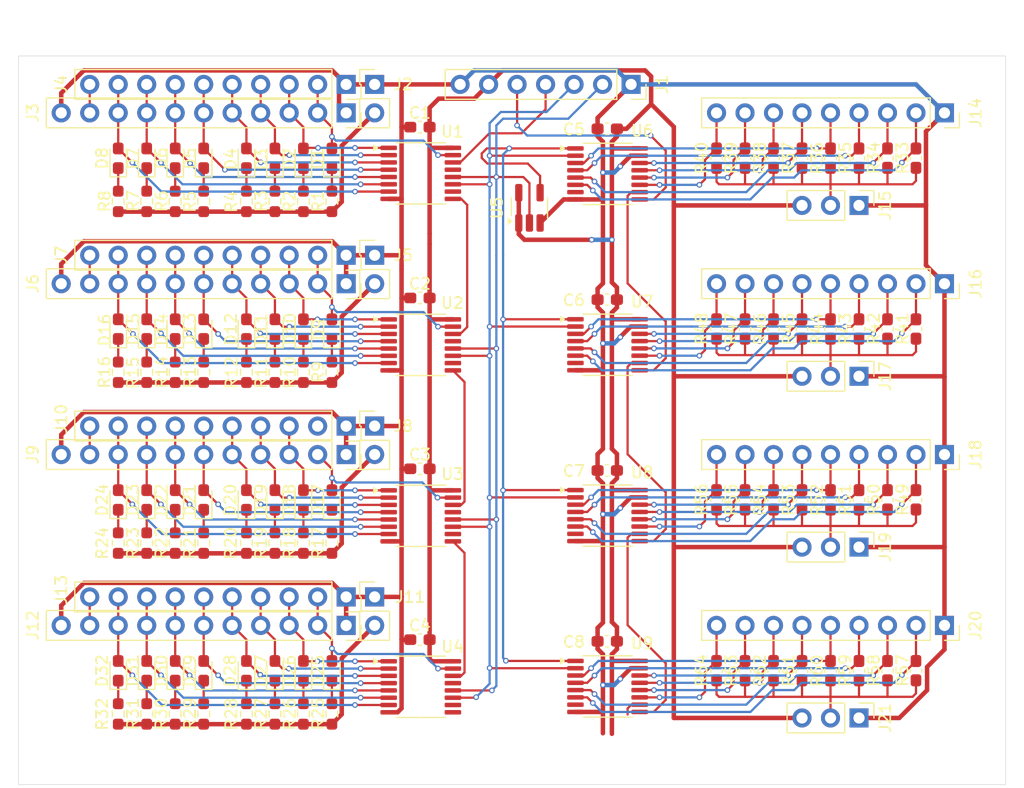
<source format=kicad_pcb>
(kicad_pcb (version 20240108) (generator "pcbnew") (generator_version "8.0")
  (layers (0 "F.Cu" signal) (31 "B.Cu" signal) (34 "B.Paste" user) (35 "F.Paste" user) (36 "B.SilkS" user "B.Silkscreen") (37 "F.SilkS" user "F.Silkscreen") (38 "B.Mask" user) (39 "F.Mask" user) (44 "Edge.Cuts" user))
  (net 0 "")
  (net 1 "Net-(D1-K)")
  (net 2 "Net-(D1-A)")
  (net 3 "Net-(D2-A)")
  (net 4 "Net-(D2-K)")
  (net 5 "Net-(D3-A)")
  (net 6 "Net-(D3-K)")
  (net 7 "Net-(D4-A)")
  (net 8 "Net-(D4-K)")
  (net 9 "Net-(D5-K)")
  (net 10 "Net-(D5-A)")
  (net 11 "Net-(D6-K)")
  (net 12 "Net-(D6-A)")
  (net 13 "Net-(D7-K)")
  (net 14 "Net-(D7-A)")
  (net 15 "Net-(D8-K)")
  (net 16 "Net-(D8-A)")
  (net 17 "Net-(D9-A)")
  (net 18 "Net-(D9-K)")
  (net 19 "Net-(D10-A)")
  (net 20 "Net-(D10-K)")
  (net 21 "Net-(D11-A)")
  (net 22 "Net-(D11-K)")
  (net 23 "Net-(D12-K)")
  (net 24 "Net-(D12-A)")
  (net 25 "Net-(D13-K)")
  (net 26 "Net-(D13-A)")
  (net 27 "Net-(D14-A)")
  (net 28 "Net-(D14-K)")
  (net 29 "Net-(D15-K)")
  (net 30 "Net-(D15-A)")
  (net 31 "Net-(D16-K)")
  (net 32 "Net-(D16-A)")
  (net 33 "Net-(D17-K)")
  (net 34 "Net-(D17-A)")
  (net 35 "Net-(D18-K)")
  (net 36 "Net-(D18-A)")
  (net 37 "Net-(D19-A)")
  (net 38 "Net-(D19-K)")
  (net 39 "Net-(D20-A)")
  (net 40 "Net-(D20-K)")
  (net 41 "Net-(D21-K)")
  (net 42 "Net-(D21-A)")
  (net 43 "Net-(D22-K)")
  (net 44 "Net-(D22-A)")
  (net 45 "Net-(D23-A)")
  (net 46 "Net-(D23-K)")
  (net 47 "Net-(D24-A)")
  (net 48 "Net-(D24-K)")
  (net 49 "Net-(D25-A)")
  (net 50 "Net-(D25-K)")
  (net 51 "Net-(D26-K)")
  (net 52 "Net-(D26-A)")
  (net 53 "Net-(D27-A)")
  (net 54 "Net-(D27-K)")
  (net 55 "Net-(D28-K)")
  (net 56 "Net-(D28-A)")
  (net 57 "Net-(D29-K)")
  (net 58 "Net-(D29-A)")
  (net 59 "Net-(D30-A)")
  (net 60 "Net-(D30-K)")
  (net 61 "Net-(D31-A)")
  (net 62 "Net-(D31-K)")
  (net 63 "Net-(D32-A)")
  (net 64 "Net-(D32-K)")
  (net 65 "GND")
  (net 66 "/gpo0/pclk")
  (net 67 "VCC")
  (net 68 "/gpo0/ser_in")
  (net 69 "Net-(J2-Pin_2)")
  (net 70 "Net-(J3-Pin_10)")
  (net 71 "Net-(J5-Pin_2)")
  (net 72 "Net-(J6-Pin_10)")
  (net 73 "Net-(J8-Pin_2)")
  (net 74 "Net-(J10-Pin_10)")
  (net 75 "Net-(J11-Pin_2)")
  (net 76 "Net-(J12-Pin_10)")
  (net 77 "/gpo0/ser_out")
  (net 78 "/gpo0/n_oe")
  (net 79 "/gpo0/n_clr")
  (net 80 "/gpo1/n_clr")
  (net 81 "/gpo1/n_oe")
  (net 82 "/gpo1/ser_out")
  (net 83 "/gpo2/n_clr")
  (net 84 "/gpo2/ser_out")
  (net 85 "/gpo2/n_oe")
  (net 86 "/gpo3/ser_out")
  (net 87 "/gpo3/n_oe")
  (net 88 "/gpo3/n_clr")
  (net 89 "/gpi0/clk")
  (net 90 "/gpi0/ser_out")
  (net 91 "/gpi0/sh_n_ld")
  (net 92 "/gpi0/ser_in")
  (net 93 "Net-(J16-Pin_3)")
  (net 94 "Net-(J16-Pin_9)")
  (net 95 "Net-(J16-Pin_4)")
  (net 96 "Net-(J16-Pin_2)")
  (net 97 "Net-(J16-Pin_6)")
  (net 98 "Net-(J16-Pin_7)")
  (net 99 "Net-(J16-Pin_8)")
  (net 100 "Net-(J16-Pin_5)")
  (net 101 "Net-(J17-Pin_2)")
  (net 103 "/gpi1/ser_in")
  (net 105 "Net-(J18-Pin_2)")
  (net 106 "Net-(J18-Pin_3)")
  (net 107 "Net-(J18-Pin_4)")
  (net 108 "Net-(J18-Pin_8)")
  (net 109 "Net-(J18-Pin_5)")
  (net 110 "Net-(J18-Pin_6)")
  (net 111 "Net-(J18-Pin_7)")
  (net 112 "Net-(J18-Pin_9)")
  (net 113 "Net-(J15-Pin_2)")
  (net 114 "Net-(J14-Pin_2)")
  (net 115 "Net-(J14-Pin_6)")
  (net 116 "Net-(J14-Pin_4)")
  (net 117 "Net-(J14-Pin_8)")
  (net 118 "Net-(J14-Pin_5)")
  (net 119 "Net-(J14-Pin_7)")
  (net 120 "Net-(J14-Pin_9)")
  (net 121 "Net-(J14-Pin_3)")
  (net 122 "Net-(J19-Pin_2)")
  (net 123 "Net-(J20-Pin_2)")
  (net 124 "Net-(J20-Pin_9)")
  (net 125 "Net-(J20-Pin_3)")
  (net 126 "Net-(J20-Pin_7)")
  (net 127 "Net-(J20-Pin_4)")
  (net 128 "Net-(J20-Pin_5)")
  (net 129 "Net-(J20-Pin_8)")
  (net 130 "Net-(J20-Pin_6)")
  (net 131 "Net-(J21-Pin_2)")
  (net 133 "/gpi2/ser_in")
  (net 134 "/gpi3/ser_in")
  (footprint "LED_SMD:LED_0603_1608Metric_Pad1.05x0.95mm_HandSolder" (layer "F.Cu") (at 108.89 104.85 90)
    (property "Reference" "D32")
    (property "Value" "LED")
  )
  (footprint "Resistor_SMD:R_0603_1608Metric_Pad0.98x0.95mm_HandSolder" (layer "F.Cu") (at 120.32 108.6975 -90)
    (property "Reference" "R28")
    (property "Value" "10k")
  )
  (footprint "LED_SMD:LED_0603_1608Metric_Pad1.05x0.95mm_HandSolder" (layer "F.Cu") (at 127.94 89.61 90)
    (property "Reference" "D17")
    (property "Value" "LED")
  )
  (footprint "Capacitor_SMD:C_0603_1608Metric_Pad1.08x0.95mm_HandSolder" (layer "F.Cu") (at 177.47 89.5975 -90)
    (property "Reference" "R50")
    (property "Value" "10k")
  )
  (footprint "Connector_PinHeader_2.54mm:PinHeader_1x03_P2.54mm_Vertical" (layer "F.Cu") (at 174.93 93.815 -90)
    (property "Reference" "J19")
    (property "Value" "Conn_01x03_Pin")
  )
  (footprint "Package_SO:TSSOP-16_4.4x5mm_P0.65mm" (layer "F.Cu") (at 135.8625 60.475)
    (property "Reference" "U1")
    (property "Value" "74AC595")
  )
  (footprint "Resistor_SMD:R_0603_1608Metric_Pad0.98x0.95mm_HandSolder" (layer "F.Cu") (at 122.86 78.2175 -90)
    (property "Reference" "R11")
    (property "Value" "10k")
  )
  (footprint "Capacitor_SMD:C_0603_1608Metric_Pad1.08x0.95mm_HandSolder" (layer "F.Cu") (at 180.01 74.3575 -90)
    (property "Reference" "R41")
    (property "Value" "10k")
  )
  (footprint "LED_SMD:LED_0603_1608Metric_Pad1.05x0.95mm_HandSolder" (layer "F.Cu") (at 122.86 104.85 90)
    (property "Reference" "D27")
    (property "Value" "LED")
  )
  (footprint "Capacitor_SMD:C_0603_1608Metric_Pad1.08x0.95mm_HandSolder" (layer "F.Cu") (at 174.93 89.5975 -90)
    (property "Reference" "R51")
    (property "Value" "10k")
  )
  (footprint "Capacitor_SMD:C_0603_1608Metric_Pad1.08x0.95mm_HandSolder" (layer "F.Cu") (at 164.77 89.5975 -90)
    (property "Reference" "R55")
    (property "Value" "10k")
  )
  (footprint "Resistor_SMD:R_0603_1608Metric_Pad0.98x0.95mm_HandSolder" (layer "F.Cu") (at 122.86 62.9775 -90)
    (property "Reference" "R3")
    (property "Value" "10k")
  )
  (footprint "Capacitor_SMD:C_0603_1608Metric_Pad1.08x0.95mm_HandSolder" (layer "F.Cu") (at 135.7875 102.07 180)
    (property "Reference" "C4")
    (property "Value" "0.1uF")
  )
  (footprint "Connector_PinSocket_2.54mm:PinSocket_1x07_P2.54mm_Vertical" (layer "F.Cu") (at 154.61 52.54 -90)
    (property "Reference" "J1")
    (property "Value" "Conn_01x07_Socket")
  )
  (footprint "Resistor_SMD:R_0603_1608Metric_Pad0.98x0.95mm_HandSolder" (layer "F.Cu") (at 127.94 78.2175 -90)
    (property "Reference" "R9")
    (property "Value" "10k")
  )
  (footprint "LED_SMD:LED_0603_1608Metric_Pad1.05x0.95mm_HandSolder" (layer "F.Cu") (at 111.43 59.13 90)
    (property "Reference" "D7")
    (property "Value" "LED")
  )
  (footprint "Resistor_SMD:R_0603_1608Metric_Pad0.98x0.95mm_HandSolder" (layer "F.Cu") (at 122.86 108.6975 -90)
    (property "Reference" "R27")
    (property "Value" "10k")
  )
  (footprint "Package_SO:TSSOP-16_4.4x5mm_P0.65mm" (layer "F.Cu") (at 135.8625 75.775)
    (property "Reference" "U2")
    (property "Value" "74AC595")
  )
  (footprint "Connector_PinHeader_2.54mm:PinHeader_1x02_P2.54mm_Vertical" (layer "F.Cu") (at 131.75 67.78)
    (property "Reference" "J5")
    (property "Value" "Conn_01x02_Pin")
  )
  (footprint "LED_SMD:LED_0603_1608Metric_Pad1.05x0.95mm_HandSolder" (layer "F.Cu") (at 108.89 89.61 90)
    (property "Reference" "D24")
    (property "Value" "LED")
  )
  (footprint "LED_SMD:LED_0603_1608Metric_Pad1.05x0.95mm_HandSolder" (layer "F.Cu") (at 125.4 89.61 90)
    (property "Reference" "D18")
    (property "Value" "LED")
  )
  (footprint "LED_SMD:LED_0603_1608Metric_Pad1.05x0.95mm_HandSolder" (layer "F.Cu") (at 127.94 104.85 90)
    (property "Reference" "D25")
    (property "Value" "LED")
  )
  (footprint "Package_SO:TSSOP-16_4.4x5mm_P0.65mm" (layer "F.Cu") (at 152.5125 91.005)
    (property "Reference" "U8")
    (property "Value" "74HC165")
  )
  (footprint "LED_SMD:LED_0603_1608Metric_Pad1.05x0.95mm_HandSolder" (layer "F.Cu") (at 122.86 89.61 90)
    (property "Reference" "D19")
    (property "Value" "LED")
  )
  (footprint "Connector_PinSocket_2.54mm:PinSocket_1x11_P2.54mm_Vertical" (layer "F.Cu") (at 129.21 70.32 -90)
    (property "Reference" "J6")
    (property "Value" "Conn_01x11_Socket")
  )
  (footprint "Package_SO:TSSOP-16_4.4x5mm_P0.65mm" (layer "F.Cu") (at 135.8625 106.275)
    (property "Reference" "U4")
    (property "Value" "74AC595")
  )
  (footprint "Capacitor_SMD:C_0603_1608Metric_Pad1.08x0.95mm_HandSolder" (layer "F.Cu") (at 174.93 74.3575 -90)
    (property "Reference" "R43")
    (property "Value" "10k")
  )
  (footprint "Capacitor_SMD:C_0603_1608Metric_Pad1.08x0.95mm_HandSolder" (layer "F.Cu") (at 164.77 104.8375 -90)
    (property "Reference" "R63")
    (property "Value" "10k")
  )
  (footprint "Package_SO:TSSOP-16_4.4x5mm_P0.65mm" (layer "F.Cu") (at 152.5125 75.765)
    (property "Reference" "U7")
    (property "Value" "74HC165")
  )
  (footprint "Resistor_SMD:R_0603_1608Metric_Pad0.98x0.95mm_HandSolder" (layer "F.Cu") (at 108.89 78.2175 -90)
    (property "Reference" "R16")
    (property "Value" "10k")
  )
  (footprint "Capacitor_SMD:C_0603_1608Metric_Pad1.08x0.95mm_HandSolder" (layer "F.Cu") (at 169.85 59.1175 -90)
    (property "Reference" "R37")
    (property "Value" "10k")
  )
  (footprint "LED_SMD:LED_0603_1608Metric_Pad1.05x0.95mm_HandSolder" (layer "F.Cu") (at 125.4 104.85 90)
    (property "Reference" "D26")
    (property "Value" "LED")
  )
  (footprint "Resistor_SMD:R_0603_1608Metric_Pad0.98x0.95mm_HandSolder" (layer "F.Cu") (at 120.32 78.2175 -90)
    (property "Reference" "R12")
    (property "Value" "10k")
  )
  (footprint "Capacitor_SMD:C_0603_1608Metric_Pad1.08x0.95mm_HandSolder" (layer "F.Cu") (at 152.4875 102.22 180)
    (property "Reference" "C8")
    (property "Value" "0.1uF")
  )
  (footprint "Capacitor_SMD:C_0603_1608Metric_Pad1.08x0.95mm_HandSolder" (layer "F.Cu") (at 167.31 89.5975 -90)
    (property "Reference" "R54")
    (property "Value" "10k")
  )
  (footprint "Capacitor_SMD:C_0603_1608Metric_Pad1.08x0.95mm_HandSolder" (layer "F.Cu") (at 177.47 59.1175 -90)
    (property "Reference" "R34")
    (property "Value" "10k")
  )
  (footprint "Resistor_SMD:R_0603_1608Metric_Pad0.98x0.95mm_HandSolder" (layer "F.Cu") (at 127.94 108.6975 -90)
    (property "Reference" "R25")
    (property "Value" "10k")
  )
  (footprint "LED_SMD:LED_0603_1608Metric_Pad1.05x0.95mm_HandSolder" (layer "F.Cu") (at 108.89 74.37 90)
    (property "Reference" "D16")
    (property "Value" "LED")
  )
  (footprint "Package_TO_SOT_SMD:SOT-23-5_HandSoldering" (layer "F.Cu") (at 145.55 63.55 90)
    (property "Reference" "U5")
    (property "Value" "74AHC1G00")
  )
  (footprint "Capacitor_SMD:C_0603_1608Metric_Pad1.08x0.95mm_HandSolder" (layer "F.Cu") (at 167.31 104.8375 -90)
    (property "Reference" "R62")
    (property "Value" "10k")
  )
  (footprint "Connector_PinSocket_2.54mm:PinSocket_1x11_P2.54mm_Vertical" (layer "F.Cu") (at 129.21 55.08 -90)
    (property "Reference" "J3")
    (property "Value" "Conn_01x11_Socket")
  )
  (footprint "Capacitor_SMD:C_0603_1608Metric_Pad1.08x0.95mm_HandSolder" (layer "F.Cu") (at 169.85 74.3575 -90)
    (property "Reference" "R45")
    (property "Value" "10k")
  )
  (footprint "Resistor_SMD:R_0603_1608Metric_Pad0.98x0.95mm_HandSolder" (layer "F.Cu") (at 111.43 93.4575 -90)
    (property "Reference" "R23")
    (property "Value" "10k")
  )
  (footprint "Capacitor_SMD:C_0603_1608Metric_Pad1.08x0.95mm_HandSolder" (layer "F.Cu") (at 177.47 104.8375 -90)
    (property "Reference" "R58")
    (property "Value" "10k")
  )
  (footprint "Capacitor_SMD:C_0603_1608Metric_Pad1.08x0.95mm_HandSolder" (layer "F.Cu") (at 169.85 104.8375 -90)
    (property "Reference" "R61")
    (property "Value" "10k")
  )
  (footprint "Resistor_SMD:R_0603_1608Metric_Pad0.98x0.95mm_HandSolder" (layer "F.Cu") (at 116.51 93.4575 -90)
    (property "Reference" "R21")
    (property "Value" "10k")
  )
  (footprint "Capacitor_SMD:C_0603_1608Metric_Pad1.08x0.95mm_HandSolder" (layer "F.Cu") (at 152.4875 71.74 180)
    (property "Reference" "C6")
    (property "Value" "0.1uF")
  )
  (footprint "Connector_PinSocket_2.54mm:PinSocket_1x10_P2.54mm_Vertical" (layer "F.Cu") (at 129.21 52.54 -90)
    (property "Reference" "J4")
    (property "Value" "Conn_01x10_Socket")
  )
  (footprint "LED_SMD:LED_0603_1608Metric_Pad1.05x0.95mm_HandSolder" (layer "F.Cu") (at 113.97 74.37 90)
    (property "Reference" "D14")
    (property "Value" "LED")
  )
  (footprint "LED_SMD:LED_0603_1608Metric_Pad1.05x0.95mm_HandSolder" (layer "F.Cu") (at 122.86 59.13 90)
    (property "Reference" "D3")
    (property "Value" "LED")
  )
  (footprint "Resistor_SMD:R_0603_1608Metric_Pad0.98x0.95mm_HandSolder" (layer "F.Cu") (at 113.97 93.4575 -90)
    (property "Reference" "R22")
    (property "Value" "10k")
  )
  (footprint "Package_SO:TSSOP-16_4.4x5mm_P0.65mm" (layer "F.Cu") (at 152.5125 106.245)
    (property "Reference" "U9")
    (property "Value" "74HC165")
  )
  (footprint "Resistor_SMD:R_0603_1608Metric_Pad0.98x0.95mm_HandSolder" (layer "F.Cu") (at 113.97 78.2175 -90)
    (property "Reference" "R14")
    (property "Value" "10k")
  )
  (footprint "LED_SMD:LED_0603_1608Metric_Pad1.05x0.95mm_HandSolder" (layer "F.Cu") (at 116.51 59.13 90)
    (property "Reference" "D5")
    (property "Value" "LED")
  )
  (footprint "Capacitor_SMD:C_0603_1608Metric_Pad1.08x0.95mm_HandSolder" (layer "F.Cu") (at 135.7875 56.35 180)
    (property "Reference" "C1")
    (property "Value" "0.1uF")
  )
  (footprint "Capacitor_SMD:C_0603_1608Metric_Pad1.08x0.95mm_HandSolder" (layer "F.Cu") (at 180.01 104.8375 -90)
    (property "Reference" "R57")
    (property "Value" "10k")
  )
  (footprint "Capacitor_SMD:C_0603_1608Metric_Pad1.08x0.95mm_HandSolder" (layer "F.Cu") (at 135.7875 86.83 180)
    (property "Reference" "C3")
    (property "Value" "0.1uF")
  )
  (footprint "LED_SMD:LED_0603_1608Metric_Pad1.05x0.95mm_HandSolder" (layer "F.Cu") (at 125.4 74.37 90)
    (property "Reference" "D10")
    (property "Value" "LED")
  )
  (footprint "Capacitor_SMD:C_0603_1608Metric_Pad1.08x0.95mm_HandSolder" (layer "F.Cu") (at 135.7875 71.59 180)
    (property "Reference" "C2")
    (property "Value" "0.1uF")
  )
  (footprint "Resistor_SMD:R_0603_1608Metric_Pad0.98x0.95mm_HandSolder" (layer "F.Cu") (at 125.4 62.9775 -90)
    (property "Reference" "R2")
    (property "Value" "10k")
  )
  (footprint "Resistor_SMD:R_0603_1608Metric_Pad0.98x0.95mm_HandSolder" (layer "F.Cu") (at 111.43 108.6975 -90)
    (property "Reference" "R31")
    (property "Value" "10k")
  )
  (footprint "LED_SMD:LED_0603_1608Metric_Pad1.05x0.95mm_HandSolder" (layer "F.Cu") (at 113.97 89.61 90)
    (property "Reference" "D22")
    (property "Value" "LED")
  )
  (footprint "LED_SMD:LED_0603_1608Metric_Pad1.05x0.95mm_HandSolder" (layer "F.Cu") (at 120.32 74.37 90)
    (property "Reference" "D12")
    (property "Value" "LED")
  )
  (footprint "Resistor_SMD:R_0603_1608Metric_Pad0.98x0.95mm_HandSolder" (layer "F.Cu") (at 122.86 93.4575 -90)
    (property "Reference" "R19")
    (property "Value" "10k")
  )
  (footprint "Resistor_SMD:R_0603_1608Metric_Pad0.98x0.95mm_HandSolder" (layer "F.Cu") (at 116.51 78.2175 -90)
    (property "Reference" "R13")
    (property "Value" "10k")
  )
  (footprint "MountingHole:MountingHole_3.2mm_M3" (layer "F.Cu") (at 184.5 106.5)
    (property "Reference" "H4")
    (property "Value" "MountingHole")
  )
  (footprint "Connector_PinSocket_2.54mm:PinSocket_1x11_P2.54mm_Vertical" (layer "F.Cu") (at 129.21 100.8 -90)
    (property "Reference" "J12")
    (property "Value" "Conn_01x11_Socket")
  )
  (footprint "Capacitor_SMD:C_0603_1608Metric_Pad1.08x0.95mm_HandSolder" (layer "F.Cu") (at 152.4875 86.98 180)
    (property "Reference" "C7")
    (property "Value" "0.1uF")
  )
  (footprint "Capacitor_SMD:C_0603_1608Metric_Pad1.08x0.95mm_HandSolder" (layer "F.Cu") (at 162.23 104.8375 -90)
    (property "Reference" "R64")
    (property "Value" "10k")
  )
  (footprint "MountingHole:MountingHole_3.2mm_M3" (layer "F.Cu") (at 103.5 61.5)
    (property "Reference" "H1")
    (property "Value" "MountingHole")
  )
  (footprint "Resistor_SMD:R_0603_1608Metric_Pad0.98x0.95mm_HandSolder" (layer "F.Cu") (at 120.32 62.9775 -90)
    (property "Reference" "R4")
    (property "Value" "10k")
  )
  (footprint "Connector_PinSocket_2.54mm:PinSocket_1x09_P2.54mm_Vertical" (layer "F.Cu") (at 182.55 55.08 -90)
    (property "Reference" "J14")
    (property "Value" "Conn_01x09_Socket")
  )
  (footprint "Capacitor_SMD:C_0603_1608Metric_Pad1.08x0.95mm_HandSolder" (layer "F.Cu") (at 162.23 89.5975 -90)
    (property "Reference" "R56")
    (property "Value" "10k")
  )
  (footprint "Connector_PinSocket_2.54mm:PinSocket_1x09_P2.54mm_Vertical" (layer "F.Cu") (at 182.55 100.8 -90)
    (property "Reference" "J20")
    (property "Value" "Conn_01x09_Socket")
  )
  (footprint "Resistor_SMD:R_0603_1608Metric_Pad0.98x0.95mm_HandSolder" (layer "F.Cu") (at 127.94 93.4575 -90)
    (property "Reference" "R17")
    (property "Value" "10k")
  )
  (footprint "Capacitor_SMD:C_0603_1608Metric_Pad1.08x0.95mm_HandSolder" (layer "F.Cu") (at 180.01 89.5975 -90)
    (property "Reference" "R49")
    (property "Value" "10k")
  )
  (footprint "Resistor_SMD:R_0603_1608Metric_Pad0.98x0.95mm_HandSolder" (layer "F.Cu") (at 116.51 108.6975 -90)
    (property "Reference" "R29")
    (property "Value" "10k")
  )
  (footprint "Capacitor_SMD:C_0603_1608Metric_Pad1.08x0.95mm_HandSolder" (layer "F.Cu") (at 164.77 74.3575 -90)
    (property "Reference" "R47")
    (property "Value" "10k")
  )
  (footprint "Resistor_SMD:R_0603_1608Metric_Pad0.98x0.95mm_HandSolder" (layer "F.Cu") (at 113.97 108.6975 -90)
    (property "Reference" "R30")
    (property "Value" "10k")
  )
  (footprint "LED_SMD:LED_0603_1608Metric_Pad1.05x0.95mm_HandSolder" (layer "F.Cu") (at 111.43 89.61 90)
    (property "Reference" "D23")
    (property "Value" "LED")
  )
  (footprint "Package_SO:TSSOP-16_4.4x5mm_P0.65mm" (layer "F.Cu") (at 152.5125 60.525)
    (property "Reference" "U6")
    (property "Value" "74HC165")
  )
  (footprint "LED_SMD:LED_0603_1608Metric_Pad1.05x0.95mm_HandSolder" (layer "F.Cu") (at 116.51 89.61 90)
    (property "Reference" "D21")
    (property "Value" "LED")
  )
  (footprint "LED_SMD:LED_0603_1608Metric_Pad1.05x0.95mm_HandSolder" (layer "F.Cu") (at 111.43 74.37 90)
    (property "Reference" "D15")
    (property "Value" "LED")
  )
  (footprint "Connector_PinSocket_2.54mm:PinSocket_1x09_P2.54mm_Vertical" (layer "F.Cu") (at 182.55 70.32 -90)
    (property "Reference" "J16")
    (property "Value" "Conn_01x09_Socket")
  )
  (footprint "Connector_PinSocket_2.54mm:PinSocket_1x11_P2.54mm_Vertical" (layer "F.Cu") (at 129.21 85.56 -90)
    (property "Reference" "J9")
    (property "Value" "Conn_01x11_Socket")
  )
  (footprint "Connector_PinHeader_2.54mm:PinHeader_1x02_P2.54mm_Vertical" (layer "F.Cu") (at 131.75 98.255)
    (property "Reference" "J11")
    (property "Value" "Conn_01x02_Pin")
  )
  (footprint "Connector_PinSocket_2.54mm:PinSocket_1x10_P2.54mm_Vertical" (layer "F.Cu") (at 129.21 67.78 -90)
    (property "Reference" "J7")
    (property "Value" "Conn_01x10_Socket")
  )
  (footprint "Capacitor_SMD:C_0603_1608Metric_Pad1.08x0.95mm_HandSolder" (layer "F.Cu") (at 180.01 59.1175 -90)
    (property "Reference" "R33")
    (property "Value" "10k")
  )
  (footprint "LED_SMD:LED_0603_1608Metric_Pad1.05x0.95mm_HandSolder" (layer "F.Cu") (at 122.86 74.37 90)
    (property "Reference" "D11")
    (property "Value" "LED")
  )
  (footprint "Capacitor_SMD:C_0603_1608Metric_Pad1.08x0.95mm_HandSolder" (layer "F.Cu") (at 172.39 74.3575 -90)
    (property "Reference" "R44")
    (property "Value" "10k")
  )
  (footprint "Connector_PinSocket_2.54mm:PinSocket_1x10_P2.54mm_Vertical" (layer "F.Cu") (at 129.21 98.26 -90)
    (property "Reference" "J13")
    (property "Value" "Conn_01x10_Socket")
  )
  (footprint "LED_SMD:LED_0603_1608Metric_Pad1.05x0.95mm_HandSolder" (layer "F.Cu") (at 120.32 59.13 90)
    (property "Reference" "D4")
    (property "Value" "LED")
  )
  (footprint "Resistor_SMD:R_0603_1608Metric_Pad0.98x0.95mm_HandSolder" (layer "F.Cu") (at 111.43 78.2175 -90)
    (property "Reference" "R15")
    (property "Value" "10k")
  )
  (footprint "Capacitor_SMD:C_0603_1608Metric_Pad1.08x0.95mm_HandSolder" (layer "F.Cu") (at 172.39 59.1175 -90)
    (property "Reference" "R36")
    (property "Value" "10k")
  )
  (footprint "LED_SMD:LED_0603_1608Metric_Pad1.05x0.95mm_HandSolder" (layer "F.Cu") (at 116.51 104.85 90)
    (property "Reference" "D29")
    (property "Value" "LED")
  )
  (footprint "Capacitor_SMD:C_0603_1608Metric_Pad1.08x0.95mm_HandSolder" (layer "F.Cu") (at 164.77 59.1175 -90)
    (property "Reference" "R39")
    (property "Value" "10k")
  )
  (footprint "LED_SMD:LED_0603_1608Metric_Pad1.05x0.95mm_HandSolder" (layer "F.Cu") (at 113.97 59.13 90)
    (property "Reference" "D6")
    (property "Value" "LED")
  )
  (footprint "Capacitor_SMD:C_0603_1608Metric_Pad1.08x0.95mm_HandSolder" (layer "F.Cu") (at 177.47 74.3575 -90)
    (property "Reference" "R42")
    (property "Value" "10k")
  )
  (footprint "LED_SMD:LED_0603_1608Metric_Pad1.05x0.95mm_HandSolder" (layer "F.Cu") (at 127.94 59.13 90)
    (property "Reference" "D1")
    (property "Value" "LED")
  )
  (footprint "Capacitor_SMD:C_0603_1608Metric_Pad1.08x0.95mm_HandSolder" (layer "F.Cu") (at 174.93 59.1175 -90)
    (property "Reference" "R35")
    (property "Value" "10k")
  )
  (footprint "Connector_PinHeader_2.54mm:PinHeader_1x03_P2.54mm_Vertical" (layer "F.Cu") (at 174.93 78.575 -90)
    (property "Reference" "J17")
    (property "Value" "Conn_01x03_Pin")
  )
  (footprint "LED_SMD:LED_0603_1608Metric_Pad1.05x0.95mm_HandSolder" (layer "F.Cu") (at 120.32 89.61 90)
    (property "Reference" "D20")
    (property "Value" "LED")
  )
  (footprint "Capacitor_SMD:C_0603_1608Metric_Pad1.08x0.95mm_HandSolder" (layer "F.Cu") (at 172.39 104.8375 -90)
    (property "Reference" "R60")
    (property "Value" "10k")
  )
  (footprint "LED_SMD:LED_0603_1608Metric_Pad1.05x0.95mm_HandSolder" (layer "F.Cu") (at 111.43 104.85 90)
    (property "Reference" "D31")
    (property "Value" "LED")
  )
  (footprint "Capacitor_SMD:C_0603_1608Metric_Pad1.08x0.95mm_HandSolder" (layer "F.Cu") (at 169.85 89.5975 -90)
    (property "Reference" "R53")
    (property "Value" "10k")
  )
  (footprint "Resistor_SMD:R_0603_1608Metric_Pad0.98x0.95mm_HandSolder" (layer "F.Cu") (at 125.4 78.2175 -90)
    (property "Reference" "R10")
    (property "Value" "10k")
  )
  (footprint "Resistor_SMD:R_0603_1608Metric_Pad0.98x0.95mm_HandSolder" (layer "F.Cu") (at 108.89 93.4575 -90)
    (property "Reference" "R24")
    (property "Value" "10k")
  )
  (footprint "Connector_PinHeader_2.54mm:PinHeader_1x03_P2.54mm_Vertical" (layer "F.Cu") (at 174.93 63.335 -90)
    (property "Reference" "J15")
    (property "Value" "Conn_01x03_Pin")
  )
  (footprint "Connector_PinSocket_2.54mm:PinSocket_1x09_P2.54mm_Vertical" (layer "F.Cu") (at 182.55 85.56 -90)
    (property "Reference" "J18")
    (property "Value" "Conn_01x09_Socket")
  )
  (footprint "Resistor_SMD:R_0603_1608Metric_Pad0.98x0.95mm_HandSolder" (layer "F.Cu") (at 127.94 62.9775 -90)
    (property "Reference" "R1")
    (property "Value" "10k")
  )
  (footprint "LED_SMD:LED_0603_1608Metric_Pad1.05x0.95mm_HandSolder" (layer "F.Cu") (at 108.89 59.13 90)
    (property "Reference" "D8")
    (property "Value" "LED")
  )
  (footprint "Resistor_SMD:R_0603_1608Metric_Pad0.98x0.95mm_HandSolder" (layer "F.Cu") (at 111.43 62.9775 -90)
    (property "Reference" "R7")
    (property "Value" "10k")
  )
  (footprint "LED_SMD:LED_0603_1608Metric_Pad1.05x0.95mm_HandSolder" (layer "F.Cu") (at 116.51 74.37 90)
    (property "Reference" "D13")
    (property "Value" "LED")
  )
  (footprint "LED_SMD:LED_0603_1608Metric_Pad1.05x0.95mm_HandSolder" (layer "F.Cu") (at 127.94 74.37 90)
    (property "Reference" "D9")
    (property "Value" "LED")
  )
  (footprint "Capacitor_SMD:C_0603_1608Metric_Pad1.08x0.95mm_HandSolder" (layer "F.Cu") (at 167.31 59.1175 -90)
    (property "Reference" "R38")
    (property "Value" "10k")
  )
  (footprint "Capacitor_SMD:C_0603_1608Metric_Pad1.08x0.95mm_HandSolder" (layer "F.Cu") (at 167.31 74.3575 -90)
    (property "Reference" "R46")
    (property "Value" "10k")
  )
  (footprint "Resistor_SMD:R_0603_1608Metric_Pad0.98x0.95mm_HandSolder" (layer "F.Cu") (at 108.89 108.6975 -90)
    (property "Reference" "R32")
    (property "Value" "10k")
  )
  (footprint "Resistor_SMD:R_0603_1608Metric_Pad0.98x0.95mm_HandSolder" (layer "F.Cu") (at 125.4 93.4575 -90)
    (property "Reference" "R18")
    (property "Value" "10k")
  )
  (footprint "Resistor_SMD:R_0603_1608Metric_Pad0.98x0.95mm_HandSolder" (layer "F.Cu") (at 125.4 108.6975 -90)
    (property "Reference" "R26")
    (property "Value" "10k")
  )
  (footprint "Connector_PinHeader_2.54mm:PinHeader_1x02_P2.54mm_Vertical" (layer "F.Cu") (at 131.75 52.54)
    (property "Reference" "J2")
    (property "Value" "Conn_01x02_Pin")
  )
  (footprint "Capacitor_SMD:C_0603_1608Metric_Pad1.08x0.95mm_HandSolder" (layer "F.Cu") (at 174.93 104.8375 -90)
    (property "Reference" "R59")
    (property "Value" "10k")
  )
  (footprint "Capacitor_SMD:C_0603_1608Metric_Pad1.08x0.95mm_HandSolder" (layer "F.Cu") (at 172.39 89.5975 -90)
    (property "Reference" "R52")
    (property "Value" "10k")
  )
  (footprint "LED_SMD:LED_0603_1608Metric_Pad1.05x0.95mm_HandSolder" (layer "F.Cu") (at 113.97 104.85 90)
    (property "Reference" "D30")
    (property "Value" "LED")
  )
  (footprint "MountingHole:MountingHole_3.2mm_M3" (layer "F.Cu") (at 103.5 106.5)
    (property "Reference" "H3")
    (property "Value" "MountingHole")
  )
  (footprint "MountingHole:MountingHole_3.2mm_M3" (layer "F.Cu") (at 184.5 61.5)
    (property "Reference" "H2")
    (property "Value" "MountingHole")
  )
  (footprint "Capacitor_SMD:C_0603_1608Metric_Pad1.08x0.95mm_HandSolder" (layer "F.Cu") (at 162.23 74.3575 -90)
    (property "Reference" "R48")
    (property "Value" "10k")
  )
  (footprint "Capacitor_SMD:C_0603_1608Metric_Pad1.08x0.95mm_HandSolder" (layer "F.Cu") (at 152.4875 56.5 180)
    (property "Reference" "C5")
    (property "Value" "0.1uF")
  )
  (footprint "Capacitor_SMD:C_0603_1608Metric_Pad1.08x0.95mm_HandSolder" (layer "F.Cu") (at 162.23 59.1175 -90)
    (property "Reference" "R40")
    (property "Value" "10k")
  )
  (footprint "Connector_PinHeader_2.54mm:PinHeader_1x03_P2.54mm_Vertical" (layer "F.Cu") (at 174.93 109.055 -90)
    (property "Reference" "J21")
    (property "Value" "Conn_01x03_Pin")
  )
  (footprint "Resistor_SMD:R_0603_1608Metric_Pad0.98x0.95mm_HandSolder" (layer "F.Cu") (at 116.51 62.9775 -90)
    (property "Reference" "R5")
    (property "Value" "10k")
  )
  (footprint "Connector_PinHeader_2.54mm:PinHeader_1x02_P2.54mm_Vertical" (layer "F.Cu") (at 131.75 83.015)
    (property "Reference" "J8")
    (property "Value" "Conn_01x02_Pin")
  )
  (footprint "LED_SMD:LED_0603_1608Metric_Pad1.05x0.95mm_HandSolder" (layer "F.Cu") (at 120.32 104.85 90)
    (property "Reference" "D28")
    (property "Value" "LED")
  )
  (footprint "Resistor_SMD:R_0603_1608Metric_Pad0.98x0.95mm_HandSolder" (layer "F.Cu") (at 113.97 62.9775 -90)
    (property "Reference" "R6")
    (property "Value" "10k")
  )
  (footprint "Resistor_SMD:R_0603_1608Metric_Pad0.98x0.95mm_HandSolder" (layer "F.Cu") (at 108.89 62.9775 -90)
    (property "Reference" "R8")
    (property "Value" "10k")
  )
  (footprint "LED_SMD:LED_0603_1608Metric_Pad1.05x0.95mm_HandSolder" (layer "F.Cu") (at 125.4 59.13 90)
    (property "Reference" "D2")
    (property "Value" "LED")
  )
  (footprint "Resistor_SMD:R_0603_1608Metric_Pad0.98x0.95mm_HandSolder" (layer "F.Cu") (at 120.32 93.4575 -90)
    (property "Reference" "R20")
    (property "Value" "10k")
  )
  (footprint "Connector_PinSocket_2.54mm:PinSocket_1x10_P2.54mm_Vertical" (layer "F.Cu") (at 129.21 83.02 -90)
    (property "Reference" "J10")
    (property "Value" "Conn_01x10_Socket")
  )
  (footprint "Package_SO:TSSOP-16_4.4x5mm_P0.65mm" (layer "F.Cu") (at 135.8625 91.025)
    (property "Reference" "U3")
    (property "Value" "74AC595")
  )
  (gr_rect (start 100 50) (end 188 115) (stroke (width 0.05)) (fill none) (layer "Edge.Cuts"))
  (segment (start 127.94 62.065) (end 127.94 60.005) (width 0.2) (layer "F.Cu") (net 1))
  (segment (start 138.725 58.85) (end 137.4 58.85) (width 0.2) (layer "F.Cu") (net 2))
  (segment (start 127.94 57.2) (end 127.94 56.35) (width 0.2) (layer "F.Cu") (net 2))
  (segment (start 127.94 58.255) (end 127.94 57.2) (width 0.2) (layer "F.Cu") (net 2))
  (segment (start 127.94 56.35) (end 126.67 55.08) (width 0.2) (layer "F.Cu") (net 2))
  (segment (start 126.67 52.54) (end 126.67 55.08) (width 0.2) (layer "F.Cu") (net 2))
  (via (at 127.94 57.2) (size 0.5) (drill 0.3) (layers "F.Cu" "B.Cu") (net 2))
  (via (at 137.4 58.85) (size 0.5) (drill 0.3) (layers "F.Cu" "B.Cu") (net 2))
  (segment (start 136.1 57.55) (end 137.4 58.85) (width 0.2) (layer "B.Cu") (net 2))
  (segment (start 128.29 57.55) (end 136.1 57.55) (width 0.2) (layer "B.Cu") (net 2))
  (segment (start 127.94 57.2) (end 128.29 57.55) (width 0.2) (layer "B.Cu") (net 2))
  (segment (start 126.7 58.2) (end 125.455 58.2) (width 0.2) (layer "F.Cu") (net 3))
  (segment (start 124.13 55.08) (end 125.4 56.35) (width 0.2) (layer "F.Cu") (net 3))
  (segment (start 133 58.2) (end 130 58.2) (width 0.2) (layer "F.Cu") (net 3))
  (segment (start 125.455 58.2) (end 125.4 58.255) (width 0.2) (layer "F.Cu") (net 3))
  (segment (start 124.13 52.54) (end 124.13 55.08) (width 0.2) (layer "F.Cu") (net 3))
  (segment (start 125.4 56.35) (end 125.4 58.255) (width 0.2) (layer "F.Cu") (net 3))
  (via (at 126.7 58.2) (size 0.5) (drill 0.3) (layers "F.Cu" "B.Cu") (net 3))
  (via (at 130 58.2) (size 0.5) (drill 0.3) (layers "F.Cu" "B.Cu") (net 3))
  (segment (start 130 58.2) (end 126.7 58.2) (width 0.2) (layer "B.Cu") (net 3))
  (segment (start 125.4 60.005) (end 125.4 62.065) (width 0.2) (layer "F.Cu") (net 4))
  (segment (start 121.59 52.54) (end 121.59 55.08) (width 0.2) (layer "F.Cu") (net 5))
  (segment (start 124.15 58.85) (end 123.455 58.85) (width 0.2) (layer "F.Cu") (net 5))
  (segment (start 122.86 56.35) (end 121.59 55.08) (width 0.2) (layer "F.Cu") (net 5))
  (segment (start 123.455 58.85) (end 122.86 58.255) (width 0.2) (layer "F.Cu") (net 5))
  (segment (start 133 58.85) (end 130.5 58.85) (width 0.2) (layer "F.Cu") (net 5))
  (segment (start 122.86 58.255) (end 122.86 56.35) (width 0.2) (layer "F.Cu") (net 5))
  (via (at 124.15 58.85) (size 0.5) (drill 0.3) (layers "F.Cu" "B.Cu") (net 5))
  (via (at 130.5 58.85) (size 0.5) (drill 0.3) (layers "F.Cu" "B.Cu") (net 5))
  (segment (start 126.65 58.85) (end 124.15 58.85) (width 0.2) (layer "B.Cu") (net 5))
  (segment (start 130.5 58.85) (end 126.65 58.85) (width 0.2) (layer "B.Cu") (net 5))
  (segment (start 122.86 62.065) (end 122.86 60.005) (width 0.2) (layer "F.Cu") (net 6))
  (segment (start 133 59.5) (end 130 59.5) (width 0.2) (layer "F.Cu") (net 7))
  (segment (start 119.05 52.54) (end 119.05 55.08) (width 0.2) (layer "F.Cu") (net 7))
  (segment (start 120.32 56.35) (end 119.05 55.08) (width 0.2) (layer "F.Cu") (net 7))
  (segment (start 121.565 59.5) (end 120.32 58.255) (width 0.2) (layer "F.Cu") (net 7))
  (segment (start 121.6 59.5) (end 121.565 59.5) (width 0.2) (layer "F.Cu") (net 7))
  (segment (start 120.32 58.255) (end 120.32 56.35) (width 0.2) (layer "F.Cu") (net 7))
  (via (at 121.6 59.5) (size 0.5) (drill 0.3) (layers "F.Cu" "B.Cu") (net 7))
  (via (at 130 59.5) (size 0.5) (drill 0.3) (layers "F.Cu" "B.Cu") (net 7))
  (segment (start 124.15 59.5) (end 121.6 59.5) (width 0.2) (layer "B.Cu") (net 7))
  (segment (start 130 59.5) (end 124.15 59.5) (width 0.2) (layer "B.Cu") (net 7))
  (segment (start 120.32 60.005) (end 120.32 62.065) (width 0.2) (layer "F.Cu") (net 8))
  (segment (start 116.51 60.005) (end 116.51 62.065) (width 0.2) (layer "F.Cu") (net 9))
  (segment (start 117.85 59.595) (end 117.85 59.6) (width 0.2) (layer "F.Cu") (net 10))
  (segment (start 116.51 52.54) (end 116.51 55.08) (width 0.2) (layer "F.Cu") (net 10))
  (segment (start 117.85 59.6) (end 118.4 60.15) (width 0.2) (layer "F.Cu") (net 10))
  (segment (start 117.85 59.595) (end 116.51 58.255) (width 0.2) (layer "F.Cu") (net 10))
  (segment (start 116.51 55.08) (end 116.51 58.255) (width 0.2) (layer "F.Cu") (net 10))
  (segment (start 133 60.15) (end 130.5 60.15) (width 0.2) (layer "F.Cu") (net 10))
  (via (at 130.5 60.15) (size 0.5) (drill 0.3) (layers "F.Cu" "B.Cu") (net 10))
  (via (at 118.4 60.15) (size 0.5) (drill 0.3) (layers "F.Cu" "B.Cu") (net 10))
  (segment (start 130.5 60.15) (end 118.4 60.15) (width 0.2) (layer "B.Cu") (net 10))
  (segment (start 113.97 60.005) (end 113.97 62.065) (width 0.2) (layer "F.Cu") (net 11))
  (segment (start 113.97 58.255) (end 113.97 55.08) (width 0.2) (layer "F.Cu") (net 12))
  (segment (start 115.3 59.585) (end 113.97 58.255) (width 0.2) (layer "F.Cu") (net 12))
  (segment (start 133 60.8) (end 130 60.8) (width 0.2) (layer "F.Cu") (net 12))
  (segment (start 113.97 52.54) (end 113.97 55.08) (width 0.2) (layer "F.Cu") (net 12))
  (via (at 115.3 59.585) (size 0.5) (drill 0.3) (layers "F.Cu" "B.Cu") (net 12))
  (via (at 130 60.8) (size 0.5) (drill 0.3) (layers "F.Cu" "B.Cu") (net 12))
  (segment (start 116.515 60.8) (end 130 60.8) (width 0.2) (layer "B.Cu") (net 12))
  (segment (start 115.3 59.585) (end 116.515 60.8) (width 0.2) (layer "B.Cu") (net 12))
  (segment (start 111.43 60.005) (end 111.43 62.065) (width 0.2) (layer "F.Cu") (net 13))
  (segment (start 111.43 52.54) (end 111.43 55.08) (width 0.2) (layer "F.Cu") (net 14))
  (segment (start 133 61.45) (end 130.5 61.45) (width 0.2) (layer "F.Cu") (net 14))
  (segment (start 111.43 55.08) (end 111.43 58.255) (width 0.2) (layer "F.Cu") (net 14))
  (segment (start 112.7 59.525) (end 111.43 58.255) (width 0.2) (layer "F.Cu") (net 14))
  (via (at 112.7 59.525) (size 0.5) (drill 0.3) (layers "F.Cu" "B.Cu") (net 14))
  (via (at 130.5 61.45) (size 0.5) (drill 0.3) (layers "F.Cu" "B.Cu") (net 14))
  (segment (start 114.625 61.45) (end 130.5 61.45) (width 0.2) (layer "B.Cu") (net 14))
  (segment (start 112.7 59.525) (end 114.625 61.45) (width 0.2) (layer "B.Cu") (net 14))
  (segment (start 108.89 60.005) (end 108.89 62.065) (width 0.2) (layer "F.Cu") (net 15))
  (segment (start 108.89 55.08) (end 108.89 58.255) (width 0.2) (layer "F.Cu") (net 16))
  (segment (start 108.89 52.54) (end 108.89 55.08) (width 0.2) (layer "F.Cu") (net 16))
  (segment (start 133 62.1) (end 130 62.1) (width 0.2) (layer "F.Cu") (net 16))
  (segment (start 110.15 59.515) (end 108.89 58.255) (width 0.2) (layer "F.Cu") (net 16))
  (via (at 130 62.1) (size 0.5) (drill 0.3) (layers "F.Cu" "B.Cu") (net 16))
  (via (at 110.15 59.515) (size 0.5) (drill 0.3) (layers "F.Cu" "B.Cu") (net 16))
  (segment (start 130 62.1) (end 112.735 62.1) (width 0.2) (layer "B.Cu") (net 16))
  (segment (start 112.735 62.1) (end 110.15 59.515) (width 0.2) (layer "B.Cu") (net 16))
  (segment (start 127.94 72.4) (end 127.94 71.59) (width 0.2) (layer "F.Cu") (net 17))
  (segment (start 127.94 73.495) (end 127.94 72.4) (width 0.2) (layer "F.Cu") (net 17))
  (segment (start 138.725 74.15) (end 137.4 74.15) (width 0.2) (layer "F.Cu") (net 17))
  (segment (start 126.67 70.32) (end 126.67 67.78) (width 0.2) (layer "F.Cu") (net 17))
  (segment (start 127.94 71.59) (end 126.67 70.32) (width 0.2) (layer "F.Cu") (net 17))
  (via (at 137.4 74.15) (size 0.5) (drill 0.3) (layers "F.Cu" "B.Cu") (net 17))
  (via (at 127.94 72.4) (size 0.5) (drill 0.3) (layers "F.Cu" "B.Cu") (net 17))
  (segment (start 128.39 72.85) (end 136.1 72.85) (width 0.2) (layer "B.Cu") (net 17))
  (segment (start 136.1 72.85) (end 137.4 74.15) (width 0.2) (layer "B.Cu") (net 17))
  (segment (start 127.94 72.4) (end 128.39 72.85) (width 0.2) (layer "B.Cu") (net 17))
  (segment (start 127.94 77.305) (end 127.94 75.245) (width 0.2) (layer "F.Cu") (net 18))
  (segment (start 125.4 71.59) (end 124.13 70.32) (width 0.2) (layer "F.Cu") (net 19))
  (segment (start 125.4 73.495) (end 126.645 73.495) (width 0.2) (layer "F.Cu") (net 19))
  (segment (start 125.4 73.495) (end 125.4 71.59) (width 0.2) (layer "F.Cu") (net 19))
  (segment (start 133 73.5) (end 130 73.5) (width 0.2) (layer "F.Cu") (net 19))
  (segment (start 124.13 67.78) (end 124.13 70.32) (width 0.2) (layer "F.Cu") (net 19))
  (segment (start 126.645 73.495) (end 126.65 73.5) (width 0.2) (layer "F.Cu") (net 19))
  (via (at 126.65 73.5) (size 0.5) (drill 0.3) (layers "F.Cu" "B.Cu") (net 19))
  (via (at 130 73.5) (size 0.5) (drill 0.3) (layers "F.Cu" "B.Cu") (net 19))
  (segment (start 130 73.5) (end 126.65 73.5) (width 0.2) (layer "B.Cu") (net 19))
  (segment (start 125.4 77.305) (end 125.4 75.245) (width 0.2) (layer "F.Cu") (net 20))
  (segment (start 122.86 73.495) (end 122.86 71.59) (width 0.2) (layer "F.Cu") (net 21))
  (segment (start 122.86 73.495) (end 122.895 73.495) (width 0.2) (layer "F.Cu") (net 21))
  (segment (start 122.86 71.59) (end 121.59 70.32) (width 0.2) (layer "F.Cu") (net 21))
  (segment (start 133 74.15) (end 130.5 74.15) (width 0.2) (layer "F.Cu") (net 21))
  (segment (start 121.59 70.32) (end 121.59 67.78) (width 0.2) (layer "F.Cu") (net 21))
  (segment (start 123.55 74.15) (end 124.15 74.15) (width 0.2) (layer "F.Cu") (net 21))
  (segment (start 122.86 73.495) (end 122.86 73.51) (width 0.2) (layer "F.Cu") (net 21))
  (segment (start 122.895 73.495) (end 123.55 74.15) (width 0.2) (layer "F.Cu") (net 21))
  (via (at 124.15 74.15) (size 0.5) (drill 0.3) (layers "F.Cu" "B.Cu") (net 21))
  (via (at 130.5 74.15) (size 0.5) (drill 0.3) (layers "F.Cu" "B.Cu") (net 21))
  (segment (start 130.5 74.15) (end 124.15 74.15) (width 0.2) (layer "B.Cu") (net 21))
  (segment (start 122.86 75.245) (end 122.86 77.305) (width 0.2) (layer "F.Cu") (net 22))
  (segment (start 120.32 75.245) (end 120.32 77.305) (width 0.2) (layer "F.Cu") (net 23))
  (segment (start 120.32 73.495) (end 120.32 71.59) (width 0.2) (layer "F.Cu") (net 24))
  (segment (start 120.32 73.495) (end 120.32 73.52) (width 0.2) (layer "F.Cu") (net 24))
  (segment (start 133 74.8) (end 130 74.8) (width 0.2) (layer "F.Cu") (net 24))
  (segment (start 120.32 71.59) (end 119.05 70.32) (width 0.2) (layer "F.Cu") (net 24))
  (segment (start 119.05 67.78) (end 119.05 70.32) (width 0.2) (layer "F.Cu") (net 24))
  (segment (start 120.32 73.52) (end 121.55 74.75) (width 0.2) (layer "F.Cu") (net 24))
  (via (at 130 74.8) (size 0.5) (drill 0.3) (layers "F.Cu" "B.Cu") (net 24))
  (via (at 121.55 74.75) (size 0.5) (drill 0.3) (layers "F.Cu" "B.Cu") (net 24))
  (segment (start 130 74.8) (end 121.6 74.8) (width 0.2) (layer "B.Cu") (net 24))
  (segment (start 121.6 74.8) (end 121.55 74.75) (width 0.2) (layer "B.Cu") (net 24))
  (segment (start 116.51 77.305) (end 116.51 75.245) (width 0.2) (layer "F.Cu") (net 25))
  (segment (start 116.51 70.32) (end 116.51 67.78) (width 0.2) (layer "F.Cu") (net 26))
  (segment (start 133 75.45) (end 130.5 75.45) (width 0.2) (layer "F.Cu") (net 26))
  (segment (start 116.51 73.495) (end 117.8 74.785) (width 0.2) (layer "F.Cu") (net 26))
  (segment (start 117.8 74.785) (end 117.8 74.8) (width 0.2) (layer "F.Cu") (net 26))
  (segment (start 116.51 73.495) (end 116.51 70.32) (width 0.2) (layer "F.Cu") (net 26))
  (via (at 117.8 74.8) (size 0.5) (drill 0.3) (layers "F.Cu" "B.Cu") (net 26))
  (via (at 130.5 75.45) (size 0.5) (drill 0.3) (layers "F.Cu" "B.Cu") (net 26))
  (segment (start 118.45 75.45) (end 117.8 74.8) (width 0.2) (layer "B.Cu") (net 26))
  (segment (start 130.5 75.45) (end 118.45 75.45) (width 0.2) (layer "B.Cu") (net 26))
  (segment (start 113.97 67.78) (end 113.97 70.32) (width 0.2) (layer "F.Cu") (net 27))
  (segment (start 113.97 70.32) (end 113.97 73.495) (width 0.2) (layer "F.Cu") (net 27))
  (segment (start 113.97 73.52) (end 115.2 74.75) (width 0.2) (layer "F.Cu") (net 27))
  (segment (start 113.97 73.495) (end 113.97 73.52) (width 0.2) (layer "F.Cu") (net 27))
  (segment (start 133 76.1) (end 130 76.1) (width 0.2) (layer "F.Cu") (net 27))
  (via (at 115.2 74.75) (size 0.5) (drill 0.3) (layers "F.Cu" "B.Cu") (net 27))
  (via (at 130 76.1) (size 0.5) (drill 0.3) (layers "F.Cu" "B.Cu") (net 27))
  (segment (start 116.55 76.1) (end 115.2 74.75) (width 0.2) (layer "B.Cu") (net 27))
  (segment (start 130 76.1) (end 116.55 76.1) (width 0.2) (layer "B.Cu") (net 27))
  (segment (start 113.97 75.245) (end 113.97 77.305) (width 0.2) (layer "F.Cu") (net 28))
  (segment (start 111.43 75.245) (end 111.43 77.305) (width 0.2) (layer "F.Cu") (net 29))
  (segment (start 111.43 73.495) (end 112.685 74.75) (width 0.2) (layer "F.Cu") (net 30))
  (segment (start 133 76.75) (end 130.5 76.75) (width 0.2) (layer "F.Cu") (net 30))
  (segment (start 111.43 70.32) (end 111.43 73.495) (width 0.2) (layer "F.Cu") (net 30))
  (segment (start 112.685 74.75) (end 112.7 74.75) (width 0.2) (layer "F.Cu") (net 30))
  (segment (start 111.43 67.78) (end 111.43 70.32) (width 0.2) (layer "F.Cu") (net 30))
  (via (at 112.7 74.75) (size 0.5) (drill 0.3) (layers "F.Cu" "B.Cu") (net 30))
  (via (at 130.5 76.75) (size 0.5) (drill 0.3) (layers "F.Cu" "B.Cu") (net 30))
  (segment (start 114.7 76.75) (end 112.7 74.75) (width 0.2) (layer "B.Cu") (net 30))
  (segment (start 130.5 76.75) (end 114.7 76.75) (width 0.2) (layer "B.Cu") (net 30))
  (segment (start 108.89 75.245) (end 108.89 77.305) (width 0.2) (layer "F.Cu") (net 31))
  (segment (start 108.89 73.495) (end 108.895 73.495) (width 0.2) (layer "F.Cu") (net 32))
  (segment (start 108.89 70.32) (end 108.89 73.495) (width 0.2) (layer "F.Cu") (net 32))
  (segment (start 133 77.4) (end 130 77.4) (width 0.2) (layer "F.Cu") (net 32))
  (segment (start 108.89 67.78) (end 108.89 70.32) (width 0.2) (layer "F.Cu") (net 32))
  (segment (start 108.895 73.495) (end 110.2 74.8) (width 0.2) (layer "F.Cu") (net 32))
  (via (at 130 77.4) (size 0.5) (drill 0.3) (layers "F.Cu" "B.Cu") (net 32))
  (via (at 110.2 74.8) (size 0.5) (drill 0.3) (layers "F.Cu" "B.Cu") (net 32))
  (segment (start 112.8 77.4) (end 110.2 74.8) (width 0.2) (layer "B.Cu") (net 32))
  (segment (start 130 77.4) (end 112.8 77.4) (width 0.2) (layer "B.Cu") (net 32))
  (segment (start 127.94 86.83) (end 126.67 85.56) (width 0.2) (layer "F.Cu") (net 34))
  (segment (start 138.725 89.4) (end 137.35 89.4) (width 0.2) (layer "F.Cu") (net 34))
  (segment (start 127.94 87.65) (end 127.94 86.83) (width 0.2) (layer "F.Cu") (net 34))
  (segment (start 127.94 88.735) (end 127.94 87.65) (width 0.2) (layer "F.Cu") (net 34))
  (via (at 137.35 89.4) (size 0.5) (drill 0.3) (layers "F.Cu" "B.Cu") (net 34))
  (via (at 127.94 87.65) (size 0.5) (drill 0.3) (layers "F.Cu" "B.Cu") (net 34))
  (segment (start 128.34 88.05) (end 136 88.05) (width 0.2) (layer "B.Cu") (net 34))
  (segment (start 136 88.05) (end 137.35 89.4) (width 0.2) (layer "B.Cu") (net 34))
  (segment (start 127.94 87.65) (end 128.34 88.05) (width 0.2) (layer "B.Cu") (net 34))
  (segment (start 125.4 90.485) (end 125.4 92.545) (width 0.2) (layer "F.Cu") (net 35))
  (segment (start 125.415 88.75) (end 125.4 88.735) (width 0.2) (layer "F.Cu") (net 36))
  (segment (start 126.7 88.75) (end 125.415 88.75) (width 0.2) (layer "F.Cu") (net 36))
  (segment (start 125.4 86.83) (end 124.13 85.56) (width 0.2) (layer "F.Cu") (net 36))
  (segment (start 125.4 88.735) (end 125.4 86.83) (width 0.2) (layer "F.Cu") (net 36))
  (segment (start 133 88.75) (end 130 88.75) (width 0.2) (layer "F.Cu") (net 36))
  (segment (start 124.13 83.02) (end 124.13 85.56) (width 0.2) (layer "F.Cu") (net 36))
  (via (at 130 88.75) (size 0.5) (drill 0.3) (layers "F.Cu" "B.Cu") (net 36))
  (via (at 126.7 88.75) (size 0.5) (drill 0.3) (layers "F.Cu" "B.Cu") (net 36))
  (segment (start 130 88.75) (end 126.7 88.75) (width 0.2) (layer "B.Cu") (net 36))
  (segment (start 133 89.4) (end 130.5 89.4) (width 0.2) (layer "F.Cu") (net 37))
  (segment (start 122.86 86.83) (end 121.59 85.56) (width 0.2) (layer "F.Cu") (net 37))
  (segment (start 123.525 89.4) (end 122.86 88.735) (width 0.2) (layer "F.Cu") (net 37))
  (segment (start 124.15 89.4) (end 123.525 89.4) (width 0.2) (layer "F.Cu") (net 37))
  (segment (start 121.59 83.02) (end 121.59 85.56) (width 0.2) (layer "F.Cu") (net 37))
  (segment (start 122.86 88.735) (end 122.86 86.83) (width 0.2) (layer "F.Cu") (net 37))
  (via (at 124.15 89.4) (size 0.5) (drill 0.3) (layers "F.Cu" "B.Cu") (net 37))
  (via (at 130.5 89.4) (size 0.5) (drill 0.3) (layers "F.Cu" "B.Cu") (net 37))
  (segment (start 130.5 89.4) (end 124.15 89.4) (width 0.2) (layer "B.Cu") (net 37))
  (segment (start 122.86 90.485) (end 122.86 92.545) (width 0.2) (layer "F.Cu") (net 38))
  (segment (start 133 90.05) (end 130 90.05) (width 0.2) (layer "F.Cu") (net 39))
  (segment (start 120.32 88.735) (end 120.32 86.83) (width 0.2) (layer "F.Cu") (net 39))
  (segment (start 119.05 83.02) (end 119.05 85.56) (width 0.2) (layer "F.Cu") (net 39))
  (segment (start 120.32 88.735) (end 121.585 90) (width 0.2) (layer "F.Cu") (net 39))
  (segment (start 121.585 90) (end 121.6 90) (width 0.2) (layer "F.Cu") (net 39))
  (segment (start 120.32 86.83) (end 119.05 85.56) (width 0.2) (layer "F.Cu") (net 39))
  (via (at 130 90.05) (size 0.5) (drill 0.3) (layers "F.Cu" "B.Cu") (net 39))
  (via (at 121.6 90) (size 0.5) (drill 0.3) (layers "F.Cu" "B.Cu") (net 39))
  (segment (start 121.65 90.05) (end 121.6 90) (width 0.2) (layer "B.Cu") (net 39))
  (segment (start 130 90.05) (end 121.65 90.05) (width 0.2) (layer "B.Cu") (net 39))
  (segment (start 120.32 90.485) (end 120.32 92.545) (width 0.2) (layer "F.Cu") (net 40))
  (segment (start 116.51 90.485) (end 116.51 92.545) (width 0.2) (layer "F.Cu") (net 41))
  (segment (start 116.51 85.56) (end 116.51 88.735) (width 0.2) (layer "F.Cu") (net 42))
  (segment (start 116.51 83.02) (end 116.51 85.56) (width 0.2) (layer "F.Cu") (net 42))
  (segment (start 116.535 88.735) (end 117.8 90) (width 0.2) (layer "F.Cu") (net 42))
  (segment (start 116.51 88.735) (end 116.535 88.735) (width 0.2) (layer "F.Cu") (net 42))
  (segment (start 133 90.7) (end 130.5 90.7) (width 0.2) (layer "F.Cu") (net 42))
  (via (at 130.5 90.7) (size 0.5) (drill 0.3) (layers "F.Cu" "B.Cu") (net 42))
  (via (at 117.8 90) (size 0.5) (drill 0.3) (layers "F.Cu" "B.Cu") (net 42))
  (segment (start 118.5 90.7) (end 117.8 90) (width 0.2) (layer "B.Cu") (net 42))
  (segment (start 130.5 90.7) (end 118.5 90.7) (width 0.2) (layer "B.Cu") (net 42))
  (segment (start 113.97 90.485) (end 113.97 92.545) (width 0.2) (layer "F.Cu") (net 43))
  (segment (start 113.97 88.735) (end 115.235 90) (width 0.2) (layer "F.Cu") (net 44))
  (segment (start 133 91.35) (end 130 91.35) (width 0.2) (layer "F.Cu") (net 44))
  (segment (start 113.97 85.56) (end 113.97 88.735) (width 0.2) (layer "F.Cu") (net 44))
  (segment (start 115.235 90) (end 115.25 90) (width 0.2) (layer "F.Cu") (net 44))
  (segment (start 113.97 83.02) (end 113.97 85.56) (width 0.2) (layer "F.Cu") (net 44))
  (via (at 115.25 90) (size 0.5) (drill 0.3) (layers "F.Cu" "B.Cu") (net 44))
  (via (at 130 91.35) (size 0.5) (drill 0.3) (layers "F.Cu" "B.Cu") (net 44))
  (segment (start 130 91.35) (end 116.6 91.35) (width 0.2) (layer "B.Cu") (net 44))
  (segment (start 116.6 91.35) (end 115.25 90) (width 0.2) (layer "B.Cu") (net 44))
  (segment (start 111.43 85.56) (end 111.43 88.735) (width 0.2) (layer "F.Cu") (net 45))
  (segment (start 111.43 88.735) (end 112.695 90) (width 0.2) (layer "F.Cu") (net 45))
  (segment (start 112.695 90) (end 112.7 90) (width 0.2) (layer "F.Cu") (net 45))
  (segment (start 111.43 83.02) (end 111.43 85.56) (width 0.2) (layer "F.Cu") (net 45))
  (segment (start 133 92) (end 130.5 92) (width 0.2) (layer "F.Cu") (net 45))
  (via (at 130.5 92) (size 0.5) (drill 0.3) (layers "F.Cu" "B.Cu") (net 45))
  (via (at 112.695 90) (size 0.5) (drill 0.3) (layers "F.Cu" "B.Cu") (net 45))
  (segment (start 114.695 92) (end 130.5 92) (width 0.2) (layer "B.Cu") (net 45))
  (segment (start 112.695 90) (end 114.695 92) (width 0.2) (layer "B.Cu") (net 45))
  (segment (start 111.43 90.485) (end 111.43 92.545) (width 0.2) (layer "F.Cu") (net 46))
  (segment (start 108.89 88.735) (end 110.15 89.995) (width 0.2) (layer "F.Cu") (net 47))
  (segment (start 110.15 89.995) (end 110.15 90) (width 0.2) (layer "F.Cu") (net 47))
  (segment (start 108.89 85.56) (end 108.89 88.735) (width 0.2) (layer "F.Cu") (net 47))
  (segment (start 133 92.65) (end 130 92.65) (width 0.2) (layer "F.Cu") (net 47))
  (segment (start 108.89 83.02) (end 108.89 85.56) (width 0.2) (layer "F.Cu") (net 47))
  (via (at 110.15 90) (size 0.5) (drill 0.3) (layers "F.Cu" "B.Cu") (net 47))
  (via (at 130 92.65) (size 0.5) (drill 0.3) (layers "F.Cu" "B.Cu") (net 47))
  (segment (start 110.15 90) (end 112.8 92.65) (width 0.2) (layer "B.Cu") (net 47))
  (segment (start 112.8 92.65) (end 130 92.65) (width 0.2) (layer "B.Cu") (net 47))
  (segment (start 108.89 90.485) (end 108.89 92.545) (width 0.2) (layer "F.Cu") (net 48))
  (segment (start 138.725 104.65) (end 137.4 104.65) (width 0.2) (layer "F.Cu") (net 49))
  (segment (start 127.94 103.975) (end 127.94 102.85) (width 0.2) (layer "F.Cu") (net 49))
  (segment (start 127.94 102.07) (end 126.67 100.8) (width 0.2) (layer "F.Cu") (net 49))
  (segment (start 127.94 102.85) (end 127.94 102.07) (width 0.2) (layer "F.Cu") (net 49))
  (segment (start 126.67 100.8) (end 126.67 98.26) (width 0.2) (layer "F.Cu") (net 49))
  (via (at 127.94 102.85) (size 0.5) (drill 0.3) (layers "F.Cu" "B.Cu") (net 49))
  (via (at 137.4 104.65) (size 0.5) (drill 0.3) (layers "F.Cu" "B.Cu") (net 49))
  (segment (start 136.1 103.35) (end 137.4 104.65) (width 0.2) (layer "B.Cu") (net 49))
  (segment (start 127.94 102.85) (end 128.44 103.35) (width 0.2) (layer "B.Cu") (net 49))
  (segment (start 128.44 103.35) (end 136.1 103.35) (width 0.2) (layer "B.Cu") (net 49))
  (segment (start 127.94 107.785) (end 127.94 105.725) (width 0.2) (layer "F.Cu") (net 50))
  (segment (start 125.4 107.785) (end 125.4 105.725) (width 0.2) (layer "F.Cu") (net 51))
  (segment (start 124.13 100.8) (end 124.13 98.26) (width 0.2) (layer "F.Cu") (net 52))
  (segment (start 125.4 103.975) (end 125.4 102.07) (width 0.2) (layer "F.Cu") (net 52))
  (segment (start 125.425 104) (end 125.4 103.975) (width 0.2) (layer "F.Cu") (net 52))
  (segment (start 125.4 102.07) (end 124.13 100.8) (width 0.2) (layer "F.Cu") (net 52))
  (segment (start 133 104) (end 130 104) (width 0.2) (layer "F.Cu") (net 52))
  (segment (start 126.65 104) (end 125.425 104) (width 0.2) (layer "F.Cu") (net 52))
  (via (at 126.65 104) (size 0.5) (drill 0.3) (layers "F.Cu" "B.Cu") (net 52))
  (via (at 130 104) (size 0.5) (drill 0.3) (layers "F.Cu" "B.Cu") (net 52))
  (segment (start 130 104) (end 126.65 104) (width 0.2) (layer "B.Cu") (net 52))
  (segment (start 133 104.65) (end 130.5 104.65) (width 0.2) (layer "F.Cu") (net 53))
  (segment (start 124.1 104.65) (end 123.535 104.65) (width 0.2) (layer "F.Cu") (net 53))
  (segment (start 123.535 104.65) (end 122.86 103.975) (width 0.2) (layer "F.Cu") (net 53))
  (segment (start 121.59 100.8) (end 121.59 98.26) (width 0.2) (layer "F.Cu") (net 53))
  (segment (start 122.86 103.975) (end 122.86 102.07) (width 0.2) (layer "F.Cu") (net 53))
  (segment (start 122.86 102.07) (end 121.59 100.8) (width 0.2) (layer "F.Cu") (net 53))
  (via (at 130.5 104.65) (size 0.5) (drill 0.3) (layers "F.Cu" "B.Cu") (net 53))
  (via (at 124.1 104.65) (size 0.5) (drill 0.3) (layers "F.Cu" "B.Cu") (net 53))
  (segment (start 130.5 104.65) (end 124.1 104.65) (width 0.2) (layer "B.Cu") (net 53))
  (segment (start 122.86 107.785) (end 122.86 105.725) (width 0.2) (layer "F.Cu") (net 54))
  (segment (start 120.32 107.785) (end 120.32 105.725) (width 0.2) (layer "F.Cu") (net 55))
  (segment (start 120.32 102.07) (end 119.05 100.8) (width 0.2) (layer "F.Cu") (net 56))
  (segment (start 120.32 103.975) (end 120.32 102.07) (width 0.2) (layer "F.Cu") (net 56))
  (segment (start 133 105.3) (end 130 105.3) (width 0.2) (layer "F.Cu") (net 56))
  (segment (start 119.05 98.26) (end 119.05 100.8) (width 0.2) (layer "F.Cu") (net 56))
  (segment (start 121.545 105.2) (end 121.55 105.2) (width 0.2) (layer "F.Cu") (net 56))
  (segment (start 120.32 103.975) (end 121.545 105.2) (width 0.2) (layer "F.Cu") (net 56))
  (via (at 130 105.3) (size 0.5) (drill 0.3) (layers "F.Cu" "B.Cu") (net 56))
  (via (at 121.55 105.2) (size 0.5) (drill 0.3) (layers "F.Cu" "B.Cu") (net 56))
  (segment (start 130 105.3) (end 121.65 105.3) (width 0.2) (layer "B.Cu") (net 56))
  (segment (start 121.65 105.3) (end 121.55 105.2) (width 0.2) (layer "B.Cu") (net 56))
  (segment (start 116.51 105.725) (end 116.51 107.785) (width 0.2) (layer "F.Cu") (net 57))
  (segment (start 117.785 105.25) (end 117.8 105.25) (width 0.2) (layer "F.Cu") (net 58))
  (segment (start 116.51 100.8) (end 116.51 103.975) (width 0.2) (layer "F.Cu") (net 58))
  (segment (start 116.51 98.26) (end 116.51 100.8) (width 0.2) (layer "F.Cu") (net 58))
  (segment (start 133 105.95) (end 130.5 105.95) (width 0.2) (layer "F.Cu") (net 58))
  (segment (start 116.51 103.975) (end 117.785 105.25) (width 0.2) (layer "F.Cu") (net 58))
  (via (at 117.8 105.25) (size 0.5) (drill 0.3) (layers "F.Cu" "B.Cu") (net 58))
  (via (at 130.5 105.95) (size 0.5) (drill 0.3) (layers "F.Cu" "B.Cu") (net 58))
  (segment (start 130.5 105.95) (end 118.5 105.95) (width 0.2) (layer "B.Cu") (net 58))
  (segment (start 118.5 105.95) (end 117.8 105.25) (width 0.2) (layer "B.Cu") (net 58))
  (segment (start 113.97 103.975) (end 113.975 103.975) (width 0.2) (layer "F.Cu") (net 59))
  (segment (start 113.97 98.26) (end 113.97 100.8) (width 0.2) (layer "F.Cu") (net 59))
  (segment (start 113.97 100.8) (end 113.97 103.975) (width 0.2) (layer "F.Cu") (net 59))
  (segment (start 113.975 103.975) (end 115.25 105.25) (width 0.2) (layer "F.Cu") (net 59))
  (segment (start 133 106.6) (end 130 106.6) (width 0.2) (layer "F.Cu") (net 59))
  (via (at 130 106.6) (size 0.5) (drill 0.3) (layers "F.Cu" "B.Cu") (net 59))
  (via (at 115.25 105.25) (size 0.5) (drill 0.3) (layers "F.Cu" "B.Cu") (net 59))
  (segment (start 130 106.6) (end 116.6 106.6) (width 0.2) (layer "B.Cu") (net 59))
  (segment (start 116.6 106.6) (end 115.25 105.25) (width 0.2) (layer "B.Cu") (net 59))
  (segment (start 113.97 105.725) (end 113.97 107.785) (width 0.2) (layer "F.Cu") (net 60))
  (segment (start 111.43 98.26) (end 111.43 100.8) (width 0.2) (layer "F.Cu") (net 61))
  (segment (start 112.7 105.245) (end 112.7 105.25) (width 0.2) (layer "F.Cu") (net 61))
  (segment (start 111.43 100.8) (end 111.43 103.975) (width 0.2) (layer "F.Cu") (net 61))
  (segment (start 111.43 103.975) (end 112.7 105.245) (width 0.2) (layer "F.Cu") (net 61))
  (segment (start 133 107.25) (end 130.5 107.25) (width 0.2) (layer "F.Cu") (net 61))
  (via (at 130.5 107.25) (size 0.5) (drill 0.3) (layers "F.Cu" "B.Cu") (net 61))
  (via (at 112.7 105.245) (size 0.5) (drill 0.3) (layers "F.Cu" "B.Cu") (net 61))
  (segment (start 114.705 107.25) (end 112.7 105.245) (width 0.2) (layer "B.Cu") (net 61))
  (segment (start 130.5 107.25) (end 114.705 107.25) (width 0.2) (layer "B.Cu") (net 61))
  (segment (start 111.43 105.725) (end 111.43 107.785) (width 0.2) (layer "F.Cu") (net 62))
  (segment (start 108.89 100.8) (end 108.89 103.975) (width 0.2) (layer "F.Cu") (net 63))
  (segment (start 108.89 103.975) (end 110.15 105.235) (width 0.2) (layer "F.Cu") (net 63))
  (segment (start 108.89 98.26) (end 108.89 100.8) (width 0.2) (layer "F.Cu") (net 63))
  (segment (start 110.15 105.235) (end 110.15 105.25) (width 0.2) (layer "F.Cu") (net 63))
  (segment (start 133 107.9) (end 130 107.9) (width 0.2) (layer "F.Cu") (net 63))
  (via (at 130 107.9) (size 0.5) (drill 0.3) (layers "F.Cu" "B.Cu") (net 63))
  (via (at 110.15 105.25) (size 0.5) (drill 0.3) (layers "F.Cu" "B.Cu") (net 63))
  (segment (start 130 107.9) (end 112.8 107.9) (width 0.2) (layer "B.Cu") (net 63))
  (segment (start 112.8 107.9) (end 110.15 105.25) (width 0.2) (layer "B.Cu") (net 63))
  (segment (start 108.89 105.725) (end 108.89 107.785) (width 0.2) (layer "F.Cu") (net 64))
  (segment (start 151.625 87.655) (end 152.1 88.13) (width 0.4) (layer "F.Cu") (net 65))
  (segment (start 151.625 57.175) (end 152.1 57.65) (width 0.4) (layer "F.Cu") (net 65))
  (segment (start 181 104.5) (end 181 106.577107) (width 0.4) (layer "F.Cu") (net 65))
  (segment (start 153.65 105.547622) (end 154.577622 104.62) (width 0.4) (layer "F.Cu") (net 65))
  (segment (start 182.55 55.08) (end 180.9 56.73) (width 0.4) (layer "F.Cu") (net 65))
  (segment (start 182.55 70.32) (end 182.55 78.6) (width 0.4) (layer "F.Cu") (net 65))
  (segment (start 134.15 56.35) (end 134.15 52.54) (width 0.4) (layer "F.Cu") (net 65))
  (segment (start 154.577622 58.9) (end 155.375 58.9) (width 0.4) (layer "F.Cu") (net 65))
  (segment (start 152.1 62.8) (end 152.1 70.29) (width 0.4) (layer "F.Cu") (net 65))
  (segment (start 131.75 52.54) (end 129.21 52.54) (width 0.4) (layer "F.Cu") (net 65))
  (segment (start 151.625 101.025) (end 151.625 102.22) (width 0.4) (layer "F.Cu") (net 65))
  (segment (start 151.625 102.895) (end 152.1 103.37) (width 0.4) (layer "F.Cu") (net 65))
  (segment (start 134.15 52.54) (end 139.37 52.54) (width 0.4) (layer "F.Cu") (net 65))
  (segment (start 129.21 70.32) (end 129.21 67.78) (width 0.4) (layer "F.Cu") (net 65))
  (segment (start 149.65 108.52) (end 152.1 108.52) (width 0.4) (layer "F.Cu") (net 65))
  (segment (start 153.65 59.85) (end 153.65 59.827622) (width 0.4) (layer "F.Cu") (net 65))
  (segment (start 182.535 93.815) (end 182.55 93.8) (width 0.4) (layer "F.Cu") (net 65))
  (segment (start 180.9 68.67) (end 182.55 70.32) (width 0.4) (layer "F.Cu") (net 65))
  (segment (start 153.65 59.827622) (end 154.577622 58.9) (width 0.4) (layer "F.Cu") (net 65))
  (segment (start 131.75 67.78) (end 134.12 67.78) (width 0.4) (layer "F.Cu") (net 65))
  (segment (start 178.522107 109.055) (end 174.93 109.055) (width 0.4) (layer "F.Cu") (net 65))
  (segment (start 134.15 98.25) (end 134.15 102.07) (width 0.4) (layer "F.Cu") (net 65))
  (segment (start 182.55 100.8) (end 182.55 102.95) (width 0.4) (layer "F.Cu") (net 65))
  (segment (start 129.21 83.02) (end 127.96 81.77) (width 0.4) (layer "F.Cu") (net 65))
  (segment (start 129.21 98.26) (end 127.96 97.01) (width 0.4) (layer "F.Cu") (net 65))
  (segment (start 153.65 75.067622) (end 154.577622 74.14) (width 0.4) (layer "F.Cu") (net 65))
  (segment (start 134.15 67.75) (end 134.15 68.7) (width 0.4) (layer "F.Cu") (net 65))
  (segment (start 134.15 68.7) (end 134.15 69) (width 0.4) (layer "F.Cu") (net 65))
  (segment (start 154.577622 89.38) (end 155.375 89.38) (width 0.4) (layer "F.Cu") (net 65))
  (segment (start 152.1 85.05) (end 151.625 85.525) (width 0.4) (layer "F.Cu") (net 65))
  (segment (start 151.625 85.525) (end 151.625 86.98) (width 0.4) (layer "F.Cu") (net 65))
  (segment (start 127.96 51.29) (end 105.832233 51.29) (width 0.4) (layer "F.Cu") (net 65))
  (segment (start 182.55 85.56) (end 182.55 93.8) (width 0.4) (layer "F.Cu") (net 65))
  (segment (start 105.832233 51.29) (end 103.81 53.312233) (width 0.4) (layer "F.Cu") (net 65))
  (segment (start 129.21 67.78) (end 131.75 67.78) (width 0.4) (layer "F.Cu") (net 65))
  (segment (start 134.925 71.59) (end 134.15 71.59) (width 0.4) (layer "F.Cu") (net 65))
  (segment (start 134.925 102.07) (end 134.15 102.07) (width 0.4) (layer "F.Cu") (net 65))
  (segment (start 134.15 62.75) (end 134.15 67.75) (width 0.4) (layer "F.Cu") (net 65))
  (segment (start 129.21 67.78) (end 127.96 66.53) (width 0.4) (layer "F.Cu") (net 65))
  (segment (start 180.9 56.73) (end 180.9 63.3) (width 0.4) (layer "F.Cu") (net 65))
  (segment (start 152.1 72.89) (end 152.1 75.59) (width 0.4) (layer "F.Cu") (net 65))
  (segment (start 151.625 55.525) (end 151.625 56.5) (width 0.4) (layer "F.Cu") (net 65))
  (segment (start 129.21 98.26) (end 131.745 98.26) (width 0.4) (layer "F.Cu") (net 65))
  (segment (start 127.96 81.77) (end 105.83 81.77) (width 0.4) (layer "F.Cu") (net 65))
  (segment (start 154.61 52.54) (end 151.625 55.525) (width 0.4) (layer "F.Cu") (net 65))
  (segment (start 134.15 56.35) (end 134.15 62.75) (width 0.4) (layer "F.Cu") (net 65))
  (segment (start 149.65 78.04) (end 152.1 78.04) (width 0.4) (layer "F.Cu") (net 65))
  (segment (start 152.1 106.07) (end 152.1 108.52) (width 0.4) (layer "F.Cu") (net 65))
  (segment (start 174.93 93.815) (end 182.535 93.815) (width 0.4) (layer "F.Cu") (net 65))
  (segment (start 134.15 69) (end 134.15 71.59) (width 0.4) (layer "F.Cu") (net 65))
  (segment (start 153.65 105.57) (end 153.65 105.547622) (width 0.4) (layer "F.Cu") (net 65))
  (segment (start 151.625 71.74) (end 151.625 72.415) (width 0.4) (layer "F.Cu") (net 65))
  (segment (start 105.83 81.77) (end 103.81 83.79) (width 0.4) (layer "F.Cu") (net 65))
  (segment (start 127.96 66.53) (end 105.832233 66.53) (width 0.4) (layer "F.Cu") (net 65))
  (segment (start 149.65 93.28) (end 152.1 93.28) (width 0.4) (layer "F.Cu") (net 65))
  (segment (start 127.96 97.01) (end 105.832233 97.01) (width 0.4) (layer "F.Cu") (net 65))
  (segment (start 151.625 56.5) (end 151.625 57.175) (width 0.4) (layer "F.Cu") (net 65))
  (segment (start 133 78.05) (end 134.15 78.05) (width 0.4) (layer "F.Cu") (net 65))
  (segment (start 151.625 102.22) (end 151.625 102.895) (width 0.4) (layer "F.Cu") (net 65))
  (segment (start 134.145 98.255) (end 134.15 98.25) (width 0.4) (layer "F.Cu") (net 65))
  (segment (start 151.625 70.765) (end 151.625 71.74) (width 0.4) (layer "F.Cu") (net 65))
  (segment (start 152.1 108.52) (end 152.1 110.42) (width 0.4) (layer "F.Cu") (net 65))
  (segment (start 134.12 67.78) (end 134.15 67.75) (width 0.4) (layer "F.Cu") (net 65))
  (segment (start 134.15 93.3) (end 134.15 98.25) (width 0.4) (layer "F.Cu") (net 65))
  (segment (start 174.93 63.335) (end 180.865 63.335) (width 0.4) (layer "F.Cu") (net 65))
  (segment (start 154.577622 74.14) (end 155.375 74.14) (width 0.4) (layer "F.Cu") (net 65))
  (segment (start 134.925 56.35) (end 134.15 56.35) (width 0.4) (layer "F.Cu") (net 65))
  (segment (start 151.625 72.415) (end 152.1 72.89) (width 0.4) (layer "F.Cu") (net 65))
  (segment (start 131.75 52.54) (end 134.15 52.54) (width 0.4) (layer "F.Cu") (net 65))
  (segment (start 133.797378 108.55) (end 133 108.55) (width 0.4) (layer "F.Cu") (net 65))
  (segment (start 128.575 51.905) (end 128.575 54.445) (width 0.4) (layer "F.Cu") (net 65))
  (segment (start 129.21 52.54) (end 127.96 51.29) (width 0.4) (layer "F.Cu") (net 65))
  (segment (start 174.93 78.575) (end 182.525 78.575) (width 0.4) (layer "F.Cu") (net 65))
  (segment (start 152.1 70.29) (end 151.625 70.765) (width 0.4) (layer "F.Cu") (net 65))
  (segment (start 103.81 83.79) (end 103.81 85.56) (width 0.4) (layer "F.Cu") (net 65))
  (segment (start 149.65 62.8) (end 148.6 62.8) (width 0.4) (layer "F.Cu") (net 65))
  (segment (start 153.65 90.307622) (end 154.577622 89.38) (width 0.4) (layer "F.Cu") (net 65))
  (segment (start 105.832233 97.01) (end 103.81 99.032233) (width 0.4) (layer "F.Cu") (net 65))
  (segment (start 153.65 90.33) (end 153.65 90.307622) (width 0.4) (layer "F.Cu") (net 65))
  (segment (start 182.55 93.8) (end 182.55 100.8) (width 0.4) (layer "F.Cu") (net 65))
  (segment (start 134.15 71.59) (end 134.15 78.05) (width 0.4) (layer "F.Cu") (net 65))
  (segment (start 134.925 86.83) (end 134.15 86.83) (width 0.4) (layer "F.Cu") (net 65))
  (segment (start 134.15 83) (end 134.15 86.83) (width 0.4) (layer "F.Cu") (net 65))
  (segment (start 134.15 102.07) (end 134.15 108.197378) (width 0.4) (layer "F.Cu") (net 65))
  (segment (start 131.75 83.015) (end 129.215 83.015) (width 0.4) (layer "F.Cu") (net 65))
  (segment (start 133 93.3) (end 134.15 93.3) (width 0.4) (layer "F.Cu") (net 65))
  (segment (start 103.81 68.552233) (end 103.81 70.32) (width 0.4) (layer "F.Cu") (net 65))
  (segment (start 182.525 78.575) (end 182.55 78.6) (width 0.4) (layer "F.Cu") (net 65))
  (segment (start 152.1 90.83) (end 152.1 93.28) (width 0.4) (layer "F.Cu") (net 65))
  (segment (start 103.81 99.032233) (end 103.81 100.8) (width 0.4) (layer "F.Cu") (net 65))
  (segment (start 148.6 62.8) (end 146.5 64.9) (width 0.4) (layer "F.Cu") (net 65))
  (segment (start 152.1 93.28) (end 152.1 100.55) (width 0.4) (layer "F.Cu") (net 65))
  (segment (start 129.215 83.015) (end 129.21 83.02) (width 0.4) (layer "F.Cu") (net 65))
  (segment (start 153.65 75.09) (end 153.65 75.067622) (width 0.4) (layer "F.Cu") (net 65))
  (segment (start 134.15 78.05) (end 134.15 83) (width 0.4) (layer "F.Cu") (net 65))
  (segment (start 180.865 63.335) (end 180.9 63.3) (width 0.4) (layer "F.Cu") (net 65))
  (segment (start 134.15 86.83) (end 134.15 93.3) (width 0.4) (layer "F.Cu") (net 65))
  (segment (start 131.745 98.26) (end 131.75 98.255) (width 0.4) (layer "F.Cu") (net 65))
  (segment (start 182.55 102.95) (end 181 104.5) (width 0.4) (layer "F.Cu") (net 65))
  (segment (start 152.1 88.13) (end 152.1 90.83) (width 0.4) (layer "F.Cu") (net 65))
  (segment (start 152.1 78.04) (end 152.1 85.05) (width 0.4) (layer "F.Cu") (net 65))
  (segment (start 103.81 53.312233) (end 103.81 55.08) (width 0.4) (layer "F.Cu") (net 65))
  (segment (start 131.75 98.255) (end 134.145 98.255) (width 0.4) (layer "F.Cu") (net 65))
  (segment (start 152.1 100.55) (end 151.625 101.025) (width 0.4) (layer "F.Cu") (net 65))
  (segment (start 105.832233 66.53) (end 103.81 68.552233) (width 0.4) (layer "F.Cu") (net 65))
  (segment (start 129.21 83.02) (end 129.21 85.56) (width 0.4) (layer "F.Cu") (net 65))
  (segment (start 131.75 83.015) (end 134.135 83.015) (width 0.4) (layer "F.Cu") (net 65))
  (segment (start 152.1 103.37) (end 152.1 106.07) (width 0.4) (layer "F.Cu") (net 65))
  (segment (start 152.1 60.35) (end 152.1 62.8) (width 0.4) (layer "F.Cu") (net 65))
  (segment (start 154.577622 104.62) (end 155.375 104.62) (width 0.4) (layer "F.Cu") (net 65))
  (segment (start 180.9 63.3) (end 180.9 68.67) (width 0.4) (layer "F.Cu") (net 65))
  (segment (start 149.65 62.8) (end 152.1 62.8) (width 0.4) (layer "F.Cu") (net 65))
  (segment (start 134.135 83.015) (end 134.15 83) (width 0.4) (layer "F.Cu") (net 65))
  (segment (start 129.21 100.8) (end 129.21 98.26) (width 0.4) (layer "F.Cu") (net 65))
  (segment (start 152.1 75.59) (end 152.1 78.04) (width 0.4) (layer "F.Cu") (net 65))
  (segment (start 151.625 86.98) (end 151.625 87.655) (width 0.4) (layer "F.Cu") (net 65))
  (segment (start 133 62.75) (end 134.15 62.75) (width 0.4) (layer "F.Cu") (net 65))
  (segment (start 152.1 57.65) (end 152.1 60.35) (width 0.4) (layer "F.Cu") (net 65))
  (segment (start 182.55 78.6) (end 182.55 85.56) (width 0.4) (layer "F.Cu") (net 65))
  (segment (start 181 106.577107) (end 178.522107 109.055) (width 0.4) (layer "F.Cu") (net 65))
  (segment (start 134.15 108.197378) (end 133.797378 108.55) (width 0.4) (layer "F.Cu") (net 65))
  (via (at 152.1 90.88) (size 0.5) (drill 0.3) (layers "F.Cu" "B.Cu") (net 65))
  (via (at 153.65 75.09) (size 0.5) (drill 0.3) (layers "F.Cu" "B.Cu") (net 65))
  (via (at 152.1 106.12) (size 0.5) (drill 0.3) (layers "F.Cu" "B.Cu") (net 65))
  (via (at 152.1 75.64) (size 0.5) (drill 0.3) (layers "F.Cu" "B.Cu") (net 65))
  (via (at 153.65 105.57) (size 0.5) (drill 0.3) (layers "F.Cu" "B.Cu") (net 65))
  (via (at 152.1 60.4) (size 0.5) (drill 0.3) (layers "F.Cu" "B.Cu") (net 65))
  (via (at 153.65 59.85) (size 0.5) (drill 0.3) (layers "F.Cu" "B.Cu") (net 65))
  (via (at 153.65 90.33) (size 0.5) (drill 0.3) (layers "F.Cu" "B.Cu") (net 65))
  (segment (start 153.65 90.33) (end 153.1 90.88) (width 0.4) (layer "B.Cu") (net 65))
  (segment (start 153.65 105.57) (end 153.1 106.12) (width 0.4) (layer "B.Cu") (net 65))
  (segment (start 153.1 75.64) (end 152.1 75.64) (width 0.4) (layer "B.Cu") (net 65))
  (segment (start 153.1 90.88) (end 152.1 90.88) (width 0.4) (layer "B.Cu") (net 65))
  (segment (start 153.1 60.4) (end 152.1 60.4) (width 0.4) (layer "B.Cu") (net 65))
  (segment (start 153.1 106.12) (end 152.1 106.12) (width 0.4) (layer "B.Cu") (net 65))
  (segment (start 140.62 51.29) (end 153.36 51.29) (width 0.4) (layer "B.Cu") (net 65))
  (segment (start 182.55 55.08) (end 180.01 52.54) (width 0.4) (layer "B.Cu") (net 65))
  (segment (start 139.37 52.54) (end 140.62 51.29) (width 0.4) (layer "B.Cu") (net 65))
  (segment (start 180.01 52.54) (end 154.61 52.54) (width 0.4) (layer "B.Cu") (net 65))
  (segment (start 153.65 75.09) (end 153.1 75.64) (width 0.4) (layer "B.Cu") (net 65))
  (segment (start 153.36 51.29) (end 154.61 52.54) (width 0.4) (layer "B.Cu") (net 65))
  (segment (start 153.65 59.85) (end 153.1 60.4) (width 0.4) (layer "B.Cu") (net 65))
  (segment (start 145 60.8) (end 145.55 61.35) (width 0.2) (layer "F.Cu") (net 66))
  (segment (start 145.55 61.35) (end 145.55 64.9) (width 0.2) (layer "F.Cu") (net 66))
  (segment (start 142.6 60.8) (end 145 60.8) (width 0.2) (layer "F.Cu") (net 66))
  (segment (start 138.725 60.8) (end 142.6 60.8) (width 0.2) (layer "F.Cu") (net 66))
  (segment (start 138.725 91.35) (end 142.6 91.35) (width 0.2) (layer "F.Cu") (net 66))
  (segment (start 138.725 76.1) (end 142.6 76.1) (width 0.2) (layer "F.Cu") (net 66))
  (segment (start 138.725 106.6) (end 142.2 106.6) (width 0.2) (layer "F.Cu") (net 66))
  (via (at 142.6 76.1) (size 0.5) (drill 0.3) (layers "F.Cu" "B.Cu") (net 66))
  (via (at 142.6 60.8) (size 0.5) (drill 0.3) (layers "F.Cu" "B.Cu") (net 66))
  (via (at 142.6 91.35) (size 0.5) (drill 0.3) (layers "F.Cu" "B.Cu") (net 66))
  (via (at 142.2 106.6) (size 0.5) (drill 0.3) (layers "F.Cu" "B.Cu") (net 66))
  (segment (start 142.6 57.4) (end 142.6 67.8) (width 0.2) (layer "B.Cu") (net 66))
  (segment (start 142.6 67.8) (end 142.6 106.2) (width 0.2) (layer "B.Cu") (net 66))
  (segment (start 152.07 52.54) (end 149.01 55.6) (width 0.2) (layer "B.Cu") (net 66))
  (segment (start 142.6 106.2) (end 142.2 106.6) (width 0.2) (layer "B.Cu") (net 66))
  (segment (start 149.01 55.6) (end 143.2 55.6) (width 0.2) (layer "B.Cu") (net 66))
  (segment (start 143.2 55.6) (end 142.6 56.2) (width 0.2) (layer "B.Cu") (net 66))
  (segment (start 142.6 56.2) (end 142.6 57.4) (width 0.2) (layer "B.Cu") (net 66))
  (segment (start 152.9 103.97) (end 152.9 110.47) (width 0.4) (layer "F.Cu") (net 67))
  (segment (start 140.64 53.81) (end 137.465 53.81) (width 0.4) (layer "F.Cu") (net 67))
  (segment (start 143.16 51.29) (end 155.86 51.29) (width 0.4) (layer "F.Cu") (net 67))
  (segment (start 155.375 103.97) (end 152.9 103.97) (width 0.4) (layer "F.Cu") (net 67))
  (segment (start 141.91 52.54) (end 140.64 53.81) (width 0.4) (layer "F.Cu") (net 67))
  (segment (start 158.42 63.335) (end 158.42 56.32) (width 0.4) (layer "F.Cu") (net 67))
  (segment (start 136.65 88.735) (end 136.65 102.07) (width 0.4) (layer "F.Cu") (net 67))
  (segment (start 152.9 88.73) (end 152.9 100.5) (width 0.4) (layer "F.Cu") (net 67))
  (segment (start 153.35 102.22) (end 153.35 102.92) (width 0.4) (layer "F.Cu") (net 67))
  (segment (start 138.725 88.75) (end 136.665 88.75) (width 0.4) (layer "F.Cu") (net 67))
  (segment (start 155.375 73.49) (end 152.9 73.49) (width 0.4) (layer "F.Cu") (net 67))
  (segment (start 158.42 78.575) (end 169.85 78.575) (width 0.4) (layer "F.Cu") (net 67))
  (segment (start 158.42 109.055) (end 169.85 109.055) (width 0.4) (layer "F.Cu") (net 67))
  (segment (start 158.42 56.32) (end 156.4 54.3) (width 0.4) (layer "F.Cu") (net 67))
  (segment (start 144.6 62.2) (end 144.6 64.9) (width 0.4) (layer "F.Cu") (net 67))
  (segment (start 153.35 100.95) (end 153.35 102.22) (width 0.4) (layer "F.Cu") (net 67))
  (segment (start 138.725 73.5) (end 136.655 73.5) (width 0.4) (layer "F.Cu") (net 67))
  (segment (start 152.9 57.65) (end 152.9 58.25) (width 0.4) (layer "F.Cu") (net 67))
  (segment (start 158.42 78.575) (end 158.42 93.815) (width 0.4) (layer "F.Cu") (net 67))
  (segment (start 152.9 73.49) (end 152.9 85.05) (width 0.4) (layer "F.Cu") (net 67))
  (segment (start 153.35 70.65) (end 153.35 71.74) (width 0.4) (layer "F.Cu") (net 67))
  (segment (start 158.42 63.335) (end 158.42 78.575) (width 0.4) (layer "F.Cu") (net 67))
  (segment (start 137.465 53.81) (end 136.65 54.625) (width 0.4) (layer "F.Cu") (net 67))
  (segment (start 153.35 72.44) (end 152.9 72.89) (width 0.4) (layer "F.Cu") (net 67))
  (segment (start 156.4 51.83) (end 156.4 54.3) (width 0.4) (layer "F.Cu") (net 67))
  (segment (start 153.35 71.74) (end 153.35 72.44) (width 0.4) (layer "F.Cu") (net 67))
  (segment (start 152.9 103.37) (end 152.9 103.97) (width 0.4) (layer "F.Cu") (net 67))
  (segment (start 152.9 72.89) (end 152.9 73.49) (width 0.4) (layer "F.Cu") (net 67))
  (segment (start 136.65 65.85) (end 136.65 66.8) (width 0.4) (layer "F.Cu") (net 67))
  (segment (start 136.65 56.35) (end 136.65 58.255) (width 0.4) (layer "F.Cu") (net 67))
  (segment (start 153.35 56.5) (end 153.35 57.2) (width 0.4) (layer "F.Cu") (net 67))
  (segment (start 153.35 86.98) (end 153.35 87.68) (width 0.4) (layer "F.Cu") (net 67))
  (segment (start 155.86 51.29) (end 156.4 51.83) (width 0.4) (layer "F.Cu") (net 67))
  (segment (start 153.35 102.92) (end 152.9 103.37) (width 0.4) (layer "F.Cu") (net 67))
  (segment (start 155.375 58.25) (end 152.9 58.25) (width 0.4) (layer "F.Cu") (net 67))
  (segment (start 153.35 85.5) (end 153.35 86.98) (width 0.4) (layer "F.Cu") (net 67))
  (segment (start 152.9 88.13) (end 152.9 88.73) (width 0.4) (layer "F.Cu") (net 67))
  (segment (start 138.725 58.2) (end 136.705 58.2) (width 0.4) (layer "F.Cu") (net 67))
  (segment (start 153.35 57.2) (end 152.9 57.65) (width 0.4) (layer "F.Cu") (net 67))
  (segment (start 169.85 63.335) (end 158.42 63.335) (width 0.4) (layer "F.Cu") (net 67))
  (segment (start 156.4 54.3) (end 154.2 56.5) (width 0.4) (layer "F.Cu") (net 67))
  (segment (start 154.2 56.5) (end 153.35 56.5) (width 0.4) (layer "F.Cu") (net 67))
  (segment (start 144.6 64.9) (end 144.6 65.9) (width 0.4) (layer "F.Cu") (net 67))
  (segment (start 141.91 52.54) (end 143.16 51.29) (width 0.4) (layer "F.Cu") (net 67))
  (segment (start 136.65 54.625) (end 136.65 56.35) (width 0.4) (layer "F.Cu") (net 67))
  (segment (start 158.42 93.815) (end 158.42 109.055) (width 0.4) (layer "F.Cu") (net 67))
  (segment (start 136.705 58.2) (end 136.65 58.255) (width 0.4) (layer "F.Cu") (net 67))
  (segment (start 136.65 58.255) (end 136.65 65.85) (width 0.4) (layer "F.Cu") (net 67))
  (segment (start 152.9 100.5) (end 153.35 100.95) (width 0.4) (layer "F.Cu") (net 67))
  (segment (start 136.65 103.795) (end 136.65 102.07) (width 0.4) (layer "F.Cu") (net 67))
  (segment (start 158.42 93.815) (end 169.85 93.815) (width 0.4) (layer "F.Cu") (net 67))
  (segment (start 155.375 88.73) (end 152.9 88.73) (width 0.4) (layer "F.Cu") (net 67))
  (segment (start 152.9 85.05) (end 153.35 85.5) (width 0.4) (layer "F.Cu") (net 67))
  (segment (start 145.1 66.4) (end 151.1 66.4) (width 0.4) (layer "F.Cu") (net 67))
  (segment (start 152.9 58.25) (end 152.9 70.2) (width 0.4) (layer "F.Cu") (net 67))
  (segment (start 153.35 87.68) (end 152.9 88.13) (width 0.4) (layer "F.Cu") (net 67))
  (segment (start 136.665 88.75) (end 136.65 88.735) (width 0.4) (layer "F.Cu") (net 67))
  (segment (start 136.65 73.495) (end 136.65 88.735) (width 0.4) (layer "F.Cu") (net 67))
  (segment (start 136.655 73.5) (end 136.65 73.495) (width 0.4) (layer "F.Cu") (net 67))
  (segment (start 144.6 65.9) (end 145.1 66.4) (width 0.4) (layer "F.Cu") (net 67))
  (segment (start 152.9 70.2) (end 153.35 70.65) (width 0.4) (layer "F.Cu") (net 67))
  (segment (start 136.855 104) (end 136.65 103.795) (width 0.4) (layer "F.Cu") (net 67))
  (segment (start 136.65 66.8) (end 136.65 73.495) (width 0.4) (layer "F.Cu") (net 67))
  (segment (start 138.725 104) (end 136.855 104) (width 0.4) (layer "F.Cu") (net 67))
  (via (at 151.1 66.4) (size 0.5) (drill 0.3) (layers "F.Cu" "B.Cu") (net 67))
  (via (at 152.9 66.4) (size 0.5) (drill 0.3) (layers "F.Cu" "B.Cu") (net 67))
  (segment (start 151.1 66.4) (end 152.9 66.4) (width 0.4) (layer "B.Cu") (net 67))
  (segment (start 144.85 56.9) (end 141.980956 56.9) (width 0.2) (layer "F.Cu") (net 68))
  (segment (start 139.380956 59.5) (end 138.725 59.5) (width 0.2) (layer "F.Cu") (net 68))
  (segment (start 141.980956 56.9) (end 139.380956 59.5) (width 0.2) (layer "F.Cu") (net 68))
  (segment (start 146.99 52.54) (end 146.99 54.76) (width 0.2) (layer "F.Cu") (net 68))
  (segment (start 146.99 54.76) (end 144.85 56.9) (width 0.2) (layer "F.Cu") (net 68))
  (segment (start 108.89 63.89) (end 111.43 63.89) (width 0.4) (layer "F.Cu") (net 69))
  (segment (start 128.815 63.015) (end 128.815 58.015) (width 0.4) (layer "F.Cu") (net 69))
  (segment (start 113.97 63.89) (end 116.51 63.89) (width 0.4) (layer "F.Cu") (net 69))
  (segment (start 127.94 63.89) (end 128.815 63.015) (width 0.4) (layer "F.Cu") (net 69))
  (segment (start 120.32 63.89) (end 122.86 63.89) (width 0.4) (layer "F.Cu") (net 69))
  (segment (start 128.815 58.015) (end 131.75 55.08) (width 0.4) (layer "F.Cu") (net 69))
  (segment (start 111.43 63.89) (end 113.97 63.89) (width 0.4) (layer "F.Cu") (net 69))
  (segment (start 125.4 63.89) (end 127.94 63.89) (width 0.4) (layer "F.Cu") (net 69))
  (segment (start 116.51 63.89) (end 120.32 63.89) (width 0.4) (layer "F.Cu") (net 69))
  (segment (start 122.86 63.89) (end 125.4 63.89) (width 0.4) (layer "F.Cu") (net 69))
  (segment (start 106.35 52.54) (end 106.35 55.08) (width 0.2) (layer "F.Cu") (net 70))
  (segment (start 128.815 73.255) (end 131.75 70.32) (width 0.4) (layer "F.Cu") (net 71))
  (segment (start 108.89 79.13) (end 111.43 79.13) (width 0.4) (layer "F.Cu") (net 71))
  (segment (start 125.4 79.13) (end 127.94 79.13) (width 0.4) (layer "F.Cu") (net 71))
  (segment (start 122.86 79.13) (end 125.4 79.13) (width 0.4) (layer "F.Cu") (net 71))
  (segment (start 116.51 79.13) (end 120.32 79.13) (width 0.4) (layer "F.Cu") (net 71))
  (segment (start 111.43 79.13) (end 113.97 79.13) (width 0.4) (layer "F.Cu") (net 71))
  (segment (start 120.32 79.13) (end 122.86 79.13) (width 0.4) (layer "F.Cu") (net 71))
  (segment (start 127.94 79.13) (end 128.815 78.255) (width 0.4) (layer "F.Cu") (net 71))
  (segment (start 113.97 79.13) (end 116.51 79.13) (width 0.4) (layer "F.Cu") (net 71))
  (segment (start 128.815 78.255) (end 128.815 73.255) (width 0.4) (layer "F.Cu") (net 71))
  (segment (start 106.35 67.78) (end 106.35 70.32) (width 0.2) (layer "F.Cu") (net 72))
  (segment (start 122.86 94.37) (end 125.4 94.37) (width 0.4) (layer "F.Cu") (net 73))
  (segment (start 128.815 93.495) (end 128.815 88.49) (width 0.4) (layer "F.Cu") (net 73))
  (segment (start 127.94 94.37) (end 128.815 93.495) (width 0.4) (layer "F.Cu") (net 73))
  (segment (start 125.4 94.37) (end 127.94 94.37) (width 0.4) (layer "F.Cu") (net 73))
  (segment (start 120.32 94.37) (end 122.86 94.37) (width 0.4) (layer "F.Cu") (net 73))
  (segment (start 128.815 88.49) (end 131.75 85.555) (width 0.4) (layer "F.Cu") (net 73))
  (segment (start 113.97 94.37) (end 116.51 94.37) (width 0.4) (layer "F.Cu") (net 73))
  (segment (start 111.43 94.37) (end 113.97 94.37) (width 0.4) (layer "F.Cu") (net 73))
  (segment (start 116.51 94.37) (end 120.32 94.37) (width 0.4) (layer "F.Cu") (net 73))
  (segment (start 108.89 94.37) (end 111.43 94.37) (width 0.4) (layer "F.Cu") (net 73))
  (segment (start 106.35 83.02) (end 106.35 85.56) (width 0.2) (layer "F.Cu") (net 74))
  (segment (start 113.97 109.61) (end 116.51 109.61) (width 0.4) (layer "F.Cu") (net 75))
  (segment (start 108.89 109.61) (end 111.43 109.61) (width 0.4) (layer "F.Cu") (net 75))
  (segment (start 128.815 103.73) (end 131.75 100.795) (width 0.4) (layer "F.Cu") (net 75))
  (segment (start 111.43 109.61) (end 113.97 109.61) (width 0.4) (layer "F.Cu") (net 75))
  (segment (start 128.815 108.735) (end 128.815 103.73) (width 0.4) (layer "F.Cu") (net 75))
  (segment (start 122.86 109.61) (end 125.4 109.61) (width 0.4) (layer "F.Cu") (net 75))
  (segment (start 127.94 109.61) (end 128.815 108.735) (width 0.4) (layer "F.Cu") (net 75))
  (segment (start 120.32 109.61) (end 122.86 109.61) (width 0.4) (layer "F.Cu") (net 75))
  (segment (start 125.4 109.61) (end 127.94 109.61) (width 0.4) (layer "F.Cu") (net 75))
  (segment (start 116.51 109.61) (end 120.32 109.61) (width 0.4) (layer "F.Cu") (net 75))
  (segment (start 106.35 98.26) (end 106.35 100.8) (width 0.2) (layer "F.Cu") (net 76))
  (segment (start 139.380956 74.8) (end 138.725 74.8) (width 0.2) (layer "F.Cu") (net 77))
  (segment (start 139.462499 62.75) (end 140 63.287501) (width 0.2) (layer "F.Cu") (net 77))
  (segment (start 140 63.287501) (end 140 74.180956) (width 0.2) (layer "F.Cu") (net 77))
  (segment (start 140 74.180956) (end 139.380956 74.8) (width 0.2) (layer "F.Cu") (net 77))
  (segment (start 138.725 62.75) (end 139.462499 62.75) (width 0.2) (layer "F.Cu") (net 77))
  (segment (start 139.462499 90.05) (end 138.725 90.05) (width 0.2) (layer "F.Cu") (net 82))
  (segment (start 138.725 78.05) (end 139.7625 79.0875) (width 0.2) (layer "F.Cu") (net 82))
  (segment (start 139.7625 79.0875) (end 139.7625 89.749999) (width 0.2) (layer "F.Cu") (net 82))
  (segment (start 139.7625 89.749999) (end 139.462499 90.05) (width 0.2) (layer "F.Cu") (net 82))
  (segment (start 138.725 93.3) (end 139.7625 94.3375) (width 0.2) (layer "F.Cu") (net 84))
  (segment (start 139.462499 105.3) (end 138.725 105.3) (width 0.2) (layer "F.Cu") (net 84))
  (segment (start 139.7625 104.999999) (end 139.462499 105.3) (width 0.2) (layer "F.Cu") (net 84))
  (segment (start 139.7625 94.3375) (end 139.7625 104.999999) (width 0.2) (layer "F.Cu") (net 84))
  (segment (start 138.725 76.75) (end 142 76.75) (width 0.2) (layer "F.Cu") (net 89))
  (segment (start 149.65 74.14) (end 142.01 74.14) (width 0.2) (layer "F.Cu") (net 89))
  (segment (start 149.65 58.9) (end 142 58.9) (width 0.2) (layer "F.Cu") (net 89))
  (segment (start 138.725 107.25) (end 140.75 107.25) (width 0.2) (layer "F.Cu") (net 89))
  (segment (start 149.65 104.62) (end 142.02 104.62) (width 0.2) (layer "F.Cu") (net 89))
  (segment (start 138.725 92) (end 142 92) (width 0.2) (layer "F.Cu") (net 89))
  (segment (start 142.01 74.14) (end 142 74.15) (width 0.2) (layer "F.Cu") (net 89))
  (segment (start 142.02 89.38) (end 142 89.4) (width 0.2) (layer "F.Cu") (net 89))
  (segment (start 149.65 89.38) (end 142.02 89.38) (width 0.2) (layer "F.Cu") (net 89))
  (segment (start 142.02 104.62) (end 142 104.6) (width 0.2) (layer "F.Cu") (net 89))
  (segment (start 138.725 61.45) (end 142 61.45) (width 0.2) (layer "F.Cu") (net 89))
  (segment (start 140.75 107.25) (end 140.8 107.2) (width 0.2) (layer "F.Cu") (net 89))
  (via (at 140.8 107.2) (size 0.5) (drill 0.3) (layers "F.Cu" "B.Cu") (net 89))
  (via (at 142 61.45) (size 0.5) (drill 0.3) (layers "F.Cu" "B.Cu") (net 89))
  (via (at 142 92) (size 0.5) (drill 0.3) (layers "F.Cu" "B.Cu") (net 89))
  (via (at 142 104.6) (size 0.5) (drill 0.3) (layers "F.Cu" "B.Cu") (net 89))
  (via (at 142 76.75) (size 0.5) (drill 0.3) (layers "F.Cu" "B.Cu") (net 89))
  (via (at 142 89.4) (size 0.5) (drill 0.3) (layers "F.Cu" "B.Cu") (net 89))
  (via (at 142 58.9) (size 0.5) (drill 0.3) (layers "F.Cu" "B.Cu") (net 89))
  (via (at 142 74.15) (size 0.5) (drill 0.3) (layers "F.Cu" "B.Cu") (net 89))
  (segment (start 143 55) (end 142 56) (width 0.2) (layer "B.Cu") (net 89))
  (segment (start 147.07 55) (end 143 55) (width 0.2) (layer "B.Cu") (net 89))
  (segment (start 142 106) (end 140.8 107.2) (width 0.2) (layer "B.Cu") (net 89))
  (segment (start 142 56) (end 142 106) (width 0.2) (layer "B.Cu") (net 89))
  (segment (start 149.53 52.54) (end 147.07 55) (width 0.2) (layer "B.Cu") (net 89))
  (segment (start 156.627818 62.8) (end 155.375 62.8) (width 0.2) (layer "F.Cu") (net 90))
  (segment (start 144.45 52.54) (end 144.45 56.2) (width 0.2) (layer "F.Cu") (net 90))
  (segment (start 157.7 58.45) (end 157.7 61.727818) (width 0.2) (layer "F.Cu") (net 90))
  (segment (start 157.7 61.727818) (end 156.627818 62.8) (width 0.2) (layer "F.Cu") (net 90))
  (segment (start 156.35 57.1) (end 157.7 58.45) (width 0.2) (layer "F.Cu") (net 90))
  (via (at 156.35 57.1) (size 0.5) (drill 0.3) (layers "F.Cu" "B.Cu") (net 90))
  (via (at 144.45 56.2) (size 0.5) (drill 0.3) (layers "F.Cu" "B.Cu") (net 90))
  (segment (start 145.35 57.1) (end 156.35 57.1) (width 0.2) (layer "B.Cu") (net 90))
  (segment (start 144.45 56.2) (end 145.35 57.1) (width 0.2) (layer "B.Cu") (net 90))
  (segment (start 149.65 73.49) (end 143.21 73.49) (width 0.2) (layer "F.Cu") (net 91))
  (segment (start 141.75 58.25) (end 141.3 58.7) (width 0.2) (layer "F.Cu") (net 91))
  (segment (start 141.3 59.1) (end 141.8 59.6) (width 0.2) (layer "F.Cu") (net 91))
  (segment (start 143.21 73.49) (end 143.2 73.5) (width 0.2) (layer "F.Cu") (net 91))
  (segment (start 143.47 103.97) (end 143.45 103.95) (width 0.2) (layer "F.Cu") (net 91))
  (segment (start 141.3 58.7) (end 141.3 59.1) (width 0.2) (layer "F.Cu") (net 91))
  (segment (start 143.22 88.73) (end 143.2 88.75) (width 0.2) (layer "F.Cu") (net 91))
  (segment (start 145.4 59.6) (end 146.5 60.7) (width 0.2) (layer "F.Cu") (net 91))
  (segment (start 143.75 58.25) (end 141.75 58.25) (width 0.2) (layer "F.Cu") (net 91))
  (segment (start 146.5 60.7) (end 146.5 62.2) (width 0.2) (layer "F.Cu") (net 91))
  (segment (start 149.65 103.97) (end 143.47 103.97) (width 0.2) (layer "F.Cu") (net 91))
  (segment (start 141.8 59.6) (end 145.4 59.6) (width 0.2) (layer "F.Cu") (net 91))
  (segment (start 149.65 58.25) (end 143.75 58.25) (width 0.2) (layer "F.Cu") (net 91))
  (segment (start 149.65 88.73) (end 143.22 88.73) (width 0.2) (layer "F.Cu") (net 91))
  (via (at 143.2 73.5) (size 0.5) (drill 0.3) (layers "F.Cu" "B.Cu") (net 91))
  (via (at 143.75 58.25) (size 0.5) (drill 0.3) (layers "F.Cu" "B.Cu") (net 91))
  (via (at 143.2 88.75) (size 0.5) (drill 0.3) (layers "F.Cu" "B.Cu") (net 91))
  (via (at 143.45 103.95) (size 0.5) (drill 0.3) (layers "F.Cu" "B.Cu") (net 91))
  (segment (start 143.2 58.8) (end 143.75 58.25) (width 0.2) (layer "B.Cu") (net 91))
  (segment (start 143.2 67.75) (end 143.2 103.7) (width 0.2) (layer "B.Cu") (net 91))
  (segment (start 143.2 67.75) (end 143.2 58.8) (width 0.2) (layer "B.Cu") (net 91))
  (segment (start 143.2 103.7) (end 143.45 103.95) (width 0.2) (layer "B.Cu") (net 91))
  (segment (start 156.627818 78.04) (end 155.375 78.04) (width 0.2) (layer "F.Cu") (net 92))
  (segment (start 157.7 73.69) (end 157.7 76.967818) (width 0.2) (layer "F.Cu") (net 92))
  (segment (start 154.3 62.487501) (end 154.3 70.29) (width 0.2) (layer "F.Cu") (net 92))
  (segment (start 157.7 76.967818) (end 156.627818 78.04) (width 0.2) (layer "F.Cu") (net 92))
  (segment (start 154.3 70.29) (end 157.7 73.69) (width 0.2) (layer "F.Cu") (net 92))
  (segment (start 154.637501 62.15) (end 154.3 62.487501) (width 0.2) (layer "F.Cu") (net 92))
  (segment (start 155.375 62.15) (end 154.637501 62.15) (width 0.2) (layer "F.Cu") (net 92))
  (segment (start 151 76.09) (end 149.65 76.09) (width 0.2) (layer "F.Cu") (net 93))
  (segment (start 176.2 74.765) (end 177.47 73.495) (width 0.2) (layer "F.Cu") (net 93))
  (segment (start 151.35 76.44) (end 151 76.09) (width 0.2) (layer "F.Cu") (net 93))
  (segment (start 176.2 74.79) (end 176.2 74.765) (width 0.2) (layer "F.Cu") (net 93))
  (segment (start 177.47 70.32) (end 177.47 73.495) (width 0.2) (layer "F.Cu") (net 93))
  (via (at 151.35 76.44) (size 0.5) (drill 0.3) (layers "F.Cu" "B.Cu") (net 93))
  (via (at 176.2 74.79) (size 0.5) (drill 0.3) (layers "F.Cu" "B.Cu") (net 93))
  (segment (start 176.2 74.79) (end 169.377818 74.79) (width 0.2) (layer "B.Cu") (net 93))
  (segment (start 169.377818 74.79) (end 168.727818 75.44) (width 0.2) (layer "B.Cu") (net 93))
  (segment (start 168.727818 75.44) (end 166.827818 75.44) (width 0.2) (layer "B.Cu") (net 93))
  (segment (start 152.3 77.39) (end 151.35 76.44) (width 0.2) (layer "B.Cu") (net 93))
  (segment (start 166.827818 75.44) (end 164.877818 77.39) (width 0.2) (layer "B.Cu") (net 93))
  (segment (start 164.877818 77.39) (end 152.3 77.39) (width 0.2) (layer "B.Cu") (net 93))
  (segment (start 160.7 76.74) (end 161.2 76.24) (width 0.2) (layer "F.Cu") (net 94))
  (segment (start 161.2 74.525) (end 162.23 73.495) (width 0.2) (layer "F.Cu") (net 94))
  (segment (start 162.23 73.495) (end 162.23 70.32) (width 0.2) (layer "F.Cu") (net 94))
  (segment (start 161.2 76.24) (end 161.2 74.525) (width 0.2) (layer "F.Cu") (net 94))
  (segment (start 155.375 76.74) (end 157.15 76.74) (width 0.2) (layer "F.Cu") (net 94))
  (via (at 157.15 76.74) (size 0.5) (drill 0.3) (layers "F.Cu" "B.Cu") (net 94))
  (via (at 160.7 76.74) (size 0.5) (drill 0.3) (layers "F.Cu" "B.Cu") (net 94))
  (segment (start 160 76.74) (end 160.7 76.74) (width 0.2) (layer "B.Cu") (net 94))
  (segment (start 157.15 76.74) (end 160 76.74) (width 0.2) (layer "B.Cu") (net 94))
  (segment (start 149.65 75.44) (end 150.7 75.44) (width 0.2) (layer "F.Cu") (net 95))
  (segment (start 173.7 74.14) (end 174.285 74.14) (width 0.2) (layer "F.Cu") (net 95))
  (segment (start 150.7 75.44) (end 151.35 74.79) (width 0.2) (layer "F.Cu") (net 95))
  (segment (start 174.285 74.14) (end 174.93 73.495) (width 0.2) (layer "F.Cu") (net 95))
  (segment (start 174.93 73.495) (end 174.93 70.32) (width 0.2) (layer "F.Cu") (net 95))
  (via (at 173.7 74.14) (size 0.5) (drill 0.3) (layers "F.Cu" "B.Cu") (net 95))
  (via (at 151.35 74.79) (size 0.5) (drill 0.3) (layers "F.Cu" "B.Cu") (net 95))
  (segment (start 160 74.14) (end 173.7 74.14) (width 0.2) (layer "B.Cu") (net 95))
  (segment (start 152 74.14) (end 160 74.14) (width 0.2) (layer "B.Cu") (net 95))
  (segment (start 151.35 74.79) (end 152 74.14) (width 0.2) (layer "B.Cu") (net 95))
  (segment (start 151.2 77.24) (end 150.7 76.74) (width 0.2) (layer "F.Cu") (net 96))
  (segment (start 150.7 76.74) (end 149.65 76.74) (width 0.2) (layer "F.Cu") (net 96))
  (segment (start 180.01 70.32) (end 180.01 73.495) (width 0.2) (layer "F.Cu") (net 96))
  (segment (start 178.75 74.755) (end 180.01 73.495) (width 0.2) (layer "F.Cu") (net 96))
  (via (at 178.75 74.755) (size 0.5) (drill 0.3) (layers "F.Cu" "B.Cu") (net 96))
  (via (at 151.2 77.24) (size 0.5) (drill 0.3) (layers "F.Cu" "B.Cu") (net 96))
  (segment (start 169.8 75.44) (end 169.15 76.09) (width 0.2) (layer "B.Cu") (net 96))
  (segment (start 165.25 78.04) (end 152 78.04) (width 0.2) (layer "B.Cu") (net 96))
  (segment (start 178.065 75.44) (end 169.8 75.44) (width 0.2) (layer "B.Cu") (net 96))
  (segment (start 152 78.04) (end 151.2 77.24) (width 0.2) (layer "B.Cu") (net 96))
  (segment (start 178.75 74.755) (end 178.065 75.44) (width 0.2) (layer "B.Cu") (net 96))
  (segment (start 169.15 76.09) (end 167.2 76.09) (width 0.2) (layer "B.Cu") (net 96))
  (segment (start 167.2 76.09) (end 165.25 78.04) (width 0.2) (layer "B.Cu") (net 96))
  (segment (start 168.6 74.745) (end 169.85 73.495) (width 0.2) (layer "F.Cu") (net 97))
  (segment (start 155.375 74.79) (end 156.65 74.79) (width 0.2) (layer "F.Cu") (net 97))
  (segment (start 168.6 74.79) (end 168.6 74.745) (width 0.2) (layer "F.Cu") (net 97))
  (segment (start 169.85 73.495) (end 169.85 70.32) (width 0.2) (layer "F.Cu") (net 97))
  (via (at 156.65 74.79) (size 0.5) (drill 0.3) (layers "F.Cu" "B.Cu") (net 97))
  (via (at 168.6 74.79) (size 0.5) (drill 0.3) (layers "F.Cu" "B.Cu") (net 97))
  (segment (start 156.65 74.79) (end 160 74.79) (width 0.2) (layer "B.Cu") (net 97))
  (segment (start 160 74.79) (end 168.6 74.79) (width 0.2) (layer "B.Cu") (net 97))
  (segment (start 166.05 75.44) (end 166.35 75.14) (width 0.2) (layer "F.Cu") (net 98))
  (segment (start 167.31 70.32) (end 167.31 73.495) (width 0.2) (layer "F.Cu") (net 98))
  (segment (start 155.375 75.44) (end 157.15 75.44) (width 0.2) (layer "F.Cu") (net 98))
  (segment (start 166.35 75.14) (end 166.35 74.455) (width 0.2) (layer "F.Cu") (net 98))
  (segment (start 166.35 74.455) (end 167.31 73.495) (width 0.2) (layer "F.Cu") (net 98))
  (via (at 166.05 75.44) (size 0.5) (drill 0.3) (layers "F.Cu" "B.Cu") (net 98))
  (via (at 157.15 75.44) (size 0.5) (drill 0.3) (layers "F.Cu" "B.Cu") (net 98))
  (segment (start 160 75.44) (end 166.05 75.44) (width 0.2) (layer "B.Cu") (net 98))
  (segment (start 157.15 75.44) (end 160 75.44) (width 0.2) (layer "B.Cu") (net 98))
  (segment (start 164.77 73.495) (end 164.77 70.32) (width 0.2) (layer "F.Cu") (net 99))
  (segment (start 163.75 75.54) (end 163.75 74.515) (width 0.2) (layer "F.Cu") (net 99))
  (segment (start 155.375 76.09) (end 156.65 76.09) (width 0.2) (layer "F.Cu") (net 99))
  (segment (start 163.75 74.515) (end 164.77 73.495) (width 0.2) (layer "F.Cu") (net 99))
  (segment (start 163.2 76.09) (end 163.75 75.54) (width 0.2) (layer "F.Cu") (net 99))
  (via (at 163.2 76.09) (size 0.5) (drill 0.3) (layers "F.Cu" "B.Cu") (net 99))
  (via (at 156.65 76.09) (size 0.5) (drill 0.3) (layers "F.Cu" "B.Cu") (net 99))
  (segment (start 156.65 76.09) (end 160 76.09) (width 0.2) (layer "B.Cu") (net 99))
  (segment (start 160 76.09) (end 163.2 76.09) (width 0.2) (layer "B.Cu") (net 99))
  (segment (start 171.15 73.49) (end 172.385 73.49) (width 0.2) (layer "F.Cu") (net 100))
  (segment (start 151.05 74.14) (end 150.4 74.79) (width 0.2) (layer "F.Cu") (net 100))
  (segment (start 172.39 73.495) (end 172.39 70.32) (width 0.2) (layer "F.Cu") (net 100))
  (segment (start 150.4 74.79) (end 149.65 74.79) (width 0.2) (layer "F.Cu") (net 100))
  (segment (start 172.385 73.49) (end 172.39 73.495) (width 0.2) (layer "F.Cu") (net 100))
  (via (at 171.15 73.49) (size 0.5) (drill 0.3) (layers "F.Cu" "B.Cu") (net 100))
  (via (at 151.05 74.14) (size 0.5) (drill 0.3) (layers "F.Cu" "B.Cu") (net 100))
  (segment (start 151.05 74.14) (end 151.7 73.49) (width 0.2) (layer "B.Cu") (net 100))
  (segment (start 160 73.49) (end 171.15 73.49) (width 0.2) (layer "B.Cu") (net 100))
  (segment (start 151.7 73.49) (end 160 73.49) (width 0.2) (layer "B.Cu") (net 100))
  (segment (start 174.93 75.22) (end 174.93 76.66) (width 0.2) (layer "F.Cu") (net 101))
  (segment (start 174.93 76.66) (end 174.9 76.69) (width 0.2) (layer "F.Cu") (net 101))
  (segment (start 172.39 76.65) (end 172.35 76.69) (width 0.2) (layer "F.Cu") (net 101))
  (segment (start 164.77 75.22) (end 164.77 76.66) (width 0.2) (layer "F.Cu") (net 101))
  (segment (start 172.39 78.575) (end 172.39 76.65) (width 0.2) (layer "F.Cu") (net 101))
  (segment (start 180.01 76.38) (end 180.01 75.22) (width 0.2) (layer "F.Cu") (net 101))
  (segment (start 169.85 75.22) (end 169.85 76.69) (width 0.2) (layer "F.Cu") (net 101))
  (segment (start 162.23 76.47) (end 162.45 76.69) (width 0.2) (layer "F.Cu") (net 101))
  (segment (start 179.7 76.69) (end 180.01 76.38) (width 0.2) (layer "F.Cu") (net 101))
  (segment (start 172.39 75.22) (end 172.39 76.65) (width 0.2) (layer "F.Cu") (net 101))
  (segment (start 167.31 76.65) (end 167.35 76.69) (width 0.2) (layer "F.Cu") (net 101))
  (segment (start 164.77 76.66) (end 164.8 76.69) (width 0.2) (layer "F.Cu") (net 101))
  (segment (start 169.85 76.69) (end 172.35 76.69) (width 0.2) (layer "F.Cu") (net 101))
  (segment (start 177.47 75.22) (end 177.47 76.69) (width 0.2) (layer "F.Cu") (net 101))
  (segment (start 162.45 76.69) (end 164.8 76.69) (width 0.2) (layer "F.Cu") (net 101))
  (segment (start 162.23 75.22) (end 162.23 76.47) (width 0.2) (layer "F.Cu") (net 101))
  (segment (start 167.31 75.22) (end 167.31 76.65) (width 0.2) (layer "F.Cu") (net 101))
  (segment (start 174.9 76.69) (end 177.47 76.69) (width 0.2) (layer "F.Cu") (net 101))
  (segment (start 177.47 76.69) (end 179.7 76.69) (width 0.2) (layer "F.Cu") (net 101))
  (segment (start 172.35 76.69) (end 174.9 76.69) (width 0.2) (layer "F.Cu") (net 101))
  (segment (start 164.8 76.69) (end 167.35 76.69) (width 0.2) (layer "F.Cu") (net 101))
  (segment (start 167.35 76.69) (end 169.85 76.69) (width 0.2) (layer "F.Cu") (net 101))
  (segment (start 157.7 92.207818) (end 156.627818 93.28) (width 0.2) (layer "F.Cu") (net 103))
  (segment (start 157.7 88.93) (end 157.7 92.207818) (width 0.2) (layer "F.Cu") (net 103))
  (segment (start 156.627818 93.28) (end 155.375 93.28) (width 0.2) (layer "F.Cu") (net 103))
  (segment (start 154.3 85.53) (end 157.7 88.93) (width 0.2) (layer "F.Cu") (net 103))
  (segment (start 154.637501 77.39) (end 154.3 77.727501) (width 0.2) (layer "F.Cu") (net 103))
  (segment (start 154.3 77.727501) (end 154.3 85.53) (width 0.2) (layer "F.Cu") (net 103))
  (segment (start 155.375 77.39) (end 154.637501 77.39) (width 0.2) (layer "F.Cu") (net 103))
  (segment (start 180.01 85.56) (end 180.01 88.735) (width 0.2) (layer "F.Cu") (net 105))
  (segment (start 178.75 89.995) (end 180.01 88.735) (width 0.2) (layer "F.Cu") (net 105))
  (segment (start 150.7 91.98) (end 149.65 91.98) (width 0.2) (layer "F.Cu") (net 105))
  (segment (start 151.2 92.48) (end 150.7 91.98) (width 0.2) (layer "F.Cu") (net 105))
  (via (at 151.2 92.48) (size 0.5) (drill 0.3) (layers "F.Cu" "B.Cu") (net 105))
  (via (at 178.75 89.995) (size 0.5) (drill 0.3) (layers "F.Cu" "B.Cu") (net 105))
  (segment (start 178.75 89.995) (end 178.065 90.68) (width 0.2) (layer "B.Cu") (net 105))
  (segment (start 169.8 90.68) (end 169.15 91.33) (width 0.2) (layer "B.Cu") (net 105))
  (segment (start 152 93.28) (end 151.2 92.48) (width 0.2) (layer "B.Cu") (net 105))
  (segment (start 178.065 90.68) (end 169.8 90.68) (width 0.2) (layer "B.Cu") (net 105))
  (segment (start 167.2 91.33) (end 165.25 93.28) (width 0.2) (layer "B.Cu") (net 105))
  (segment (start 169.15 91.33) (end 167.2 91.33) (width 0.2) (layer "B.Cu") (net 105))
  (segment (start 165.25 93.28) (end 152 93.28) (width 0.2) (layer "B.Cu") (net 105))
  (segment (start 177.47 85.56) (end 177.47 88.735) (width 0.2) (layer "F.Cu") (net 106))
  (segment (start 176.2 90.03) (end 176.2 90.005) (width 0.2) (layer "F.Cu") (net 106))
  (segment (start 176.2 90.005) (end 177.47 88.735) (width 0.2) (layer "F.Cu") (net 106))
  (segment (start 151.35 91.68) (end 151 91.33) (width 0.2) (layer "F.Cu") (net 106))
  (segment (start 151 91.33) (end 149.65 91.33) (width 0.2) (layer "F.Cu") (net 106))
  (via (at 151.35 91.68) (size 0.5) (drill 0.3) (layers "F.Cu" "B.Cu") (net 106))
  (via (at 176.2 90.03) (size 0.5) (drill 0.3) (layers "F.Cu" "B.Cu") (net 106))
  (segment (start 176.2 90.03) (end 169.377818 90.03) (width 0.2) (layer "B.Cu") (net 106))
  (segment (start 166.827818 90.68) (end 164.877818 92.63) (width 0.2) (layer "B.Cu") (net 106))
  (segment (start 152.3 92.63) (end 151.35 91.68) (width 0.2) (layer "B.Cu") (net 106))
  (segment (start 169.377818 90.03) (end 168.727818 90.68) (width 0.2) (layer "B.Cu") (net 106))
  (segment (start 168.727818 90.68) (end 166.827818 90.68) (width 0.2) (layer "B.Cu") (net 106))
  (segment (start 164.877818 92.63) (end 152.3 92.63) (width 0.2) (layer "B.Cu") (net 106))
  (segment (start 149.65 90.68) (end 150.7 90.68) (width 0.2) (layer "F.Cu") (net 107))
  (segment (start 174.285 89.38) (end 174.93 88.735) (width 0.2) (layer "F.Cu") (net 107))
  (segment (start 174.93 88.735) (end 174.93 85.56) (width 0.2) (layer "F.Cu") (net 107))
  (segment (start 173.7 89.38) (end 174.285 89.38) (width 0.2) (layer "F.Cu") (net 107))
  (segment (start 150.7 90.68) (end 151.35 90.03) (width 0.2) (layer "F.Cu") (net 107))
  (via (at 151.35 90.03) (size 0.5) (drill 0.3) (layers "F.Cu" "B.Cu") (net 107))
  (via (at 173.7 89.38) (size 0.5) (drill 0.3) (layers "F.Cu" "B.Cu") (net 107))
  (segment (start 152 89.38) (end 160 89.38) (width 0.2) (layer "B.Cu") (net 107))
  (segment (start 151.35 90.03) (end 152 89.38) (width 0.2) (layer "B.Cu") (net 107))
  (segment (start 160 89.38) (end 173.7 89.38) (width 0.2) (layer "B.Cu") (net 107))
  (segment (start 163.2 91.33) (end 163.75 90.78) (width 0.2) (layer "F.Cu") (net 108))
  (segment (start 163.75 89.755) (end 164.77 88.735) (width 0.2) (layer "F.Cu") (net 108))
  (segment (start 163.75 90.78) (end 163.75 89.755) (width 0.2) (layer "F.Cu") (net 108))
  (segment (start 155.375 91.33) (end 156.65 91.33) (width 0.2) (layer "F.Cu") (net 108))
  (segment (start 164.77 88.735) (end 164.77 85.56) (width 0.2) (layer "F.Cu") (net 108))
  (via (at 163.2 91.33) (size 0.5) (drill 0.3) (layers "F.Cu" "B.Cu") (net 108))
  (via (at 156.65 91.33) (size 0.5) (drill 0.3) (layers "F.Cu" "B.Cu") (net 108))
  (segment (start 160 91.33) (end 163.2 91.33) (width 0.2) (layer "B.Cu") (net 108))
  (segment (start 156.65 91.33) (end 160 91.33) (width 0.2) (layer "B.Cu") (net 108))
  (segment (start 151.05 89.38) (end 150.4 90.03) (width 0.2) (layer "F.Cu") (net 109))
  (segment (start 150.4 90.03) (end 149.65 90.03) (width 0.2) (layer "F.Cu") (net 109))
  (segment (start 171.15 88.73) (end 172.385 88.73) (width 0.2) (layer "F.Cu") (net 109))
  (segment (start 172.385 88.73) (end 172.39 88.735) (width 0.2) (layer "F.Cu") (net 109))
  (segment (start 172.39 88.735) (end 172.39 85.56) (width 0.2) (layer "F.Cu") (net 109))
  (via (at 151.05 89.38) (size 0.5) (drill 0.3) (layers "F.Cu" "B.Cu") (net 109))
  (via (at 171.15 88.73) (size 0.5) (drill 0.3) (layers "F.Cu" "B.Cu") (net 109))
  (segment (start 151.7 88.73) (end 160 88.73) (width 0.2) (layer "B.Cu") (net 109))
  (segment (start 151.05 89.38) (end 151.7 88.73) (width 0.2) (layer "B.Cu") (net 109))
  (segment (start 160 88.73) (end 171.15 88.73) (width 0.2) (layer "B.Cu") (net 109))
  (segment (start 169.85 88.735) (end 169.85 85.56) (width 0.2) (layer "F.Cu") (net 110))
  (segment (start 155.375 90.03) (end 156.65 90.03) (width 0.2) (layer "F.Cu") (net 110))
  (segment (start 168.6 89.985) (end 169.85 88.735) (width 0.2) (layer "F.Cu") (net 110))
  (segment (start 168.6 90.03) (end 168.6 89.985) (width 0.2) (layer "F.Cu") (net 110))
  (via (at 168.6 90.03) (size 0.5) (drill 0.3) (layers "F.Cu" "B.Cu") (net 110))
  (via (at 156.65 90.03) (size 0.5) (drill 0.3) (layers "F.Cu" "B.Cu") (net 110))
  (segment (start 160 90.03) (end 168.6 90.03) (width 0.2) (layer "B.Cu") (net 110))
  (segment (start 156.65 90.03) (end 160 90.03) (width 0.2) (layer "B.Cu") (net 110))
  (segment (start 155.375 90.68) (end 157.15 90.68) (width 0.2) (layer "F.Cu") (net 111))
  (segment (start 166.35 90.38) (end 166.35 89.695) (width 0.2) (layer "F.Cu") (net 111))
  (segment (start 166.35 89.695) (end 167.31 88.735) (width 0.2) (layer "F.Cu") (net 111))
  (segment (start 167.31 85.56) (end 167.31 88.735) (width 0.2) (layer "F.Cu") (net 111))
  (segment (start 166.05 90.68) (end 166.35 90.38) (width 0.2) (layer "F.Cu") (net 111))
  (via (at 157.15 90.68) (size 0.5) (drill 0.3) (layers "F.Cu" "B.Cu") (net 111))
  (via (at 166.05 90.68) (size 0.5) (drill 0.3) (layers "F.Cu" "B.Cu") (net 111))
  (segment (start 157.15 90.68) (end 160 90.68) (width 0.2) (layer "B.Cu") (net 111))
  (segment (start 160 90.68) (end 166.05 90.68) (width 0.2) (layer "B.Cu") (net 111))
  (segment (start 161.2 89.765) (end 162.23 88.735) (width 0.2) (layer "F.Cu") (net 112))
  (segment (start 162.23 88.735) (end 162.23 85.56) (width 0.2) (layer "F.Cu") (net 112))
  (segment (start 155.375 91.98) (end 157.15 91.98) (width 0.2) (layer "F.Cu") (net 112))
  (segment (start 161.2 91.48) (end 161.2 89.765) (width 0.2) (layer "F.Cu") (net 112))
  (segment (start 160.7 91.98) (end 161.2 91.48) (width 0.2) (layer "F.Cu") (net 112))
  (via (at 160.7 91.98) (size 0.5) (drill 0.3) (layers "F.Cu" "B.Cu") (net 112))
  (via (at 157.15 91.98) (size 0.5) (drill 0.3) (layers "F.Cu" "B.Cu") (net 112))
  (segment (start 160 91.98) (end 160.7 91.98) (width 0.2) (layer "B.Cu") (net 112))
  (segment (start 157.15 91.98) (end 160 91.98) (width 0.2) (layer "B.Cu") (net 112))
  (segment (start 169.85 61.45) (end 172.35 61.45) (width 0.2) (layer "F.Cu") (net 113))
  (segment (start 167.35 61.45) (end 169.85 61.45) (width 0.2) (layer "F.Cu") (net 113))
  (segment (start 174.9 61.45) (end 177.47 61.45) (width 0.2) (layer "F.Cu") (net 113))
  (segment (start 162.45 61.45) (end 164.8 61.45) (width 0.2) (layer "F.Cu") (net 113))
  (segment (start 169.85 59.98) (end 169.85 61.45) (width 0.2) (layer "F.Cu") (net 113))
  (segment (start 174.93 61.42) (end 174.9 61.45) (width 0.2) (layer "F.Cu") (net 113))
  (segment (start 164.8 61.45) (end 167.35 61.45) (width 0.2) (layer "F.Cu") (net 113))
  (segment (start 172.35 61.45) (end 174.9 61.45) (width 0.2) (layer "F.Cu") (net 113))
  (segment (start 180.01 61.14) (end 180.01 59.98) (width 0.2) (layer "F.Cu") (net 113))
  (segment (start 167.31 59.98) (end 167.31 61.41) (width 0.2) (layer "F.Cu") (net 113))
  (segment (start 164.77 61.42) (end 164.8 61.45) (width 0.2) (layer "F.Cu") (net 113))
  (segment (start 172.39 59.98) (end 172.39 61.41) (width 0.2) (layer "F.Cu") (net 113))
  (segment (start 162.23 61.23) (end 162.45 61.45) (width 0.2) (layer "F.Cu") (net 113))
  (segment (start 179.7 61.45) (end 180.01 61.14) (width 0.2) (layer "F.Cu") (net 113))
  (segment (start 174.93 59.98) (end 174.93 61.42) (width 0.2) (layer "F.Cu") (net 113))
  (segment (start 167.31 61.41) (end 167.35 61.45) (width 0.2) (layer "F.Cu") (net 113))
  (segment (start 172.39 63.335) (end 172.39 61.41) (width 0.2) (layer "F.Cu") (net 113))
  (segment (start 177.47 59.98) (end 177.47 61.45) (width 0.2) (layer "F.Cu") (net 113))
  (segment (start 177.47 61.45) (end 179.7 61.45) (width 0.2) (layer "F.Cu") (net 113))
  (segment (start 162.23 59.98) (end 162.23 61.23) (width 0.2) (layer "F.Cu") (net 113))
  (segment (start 172.39 61.41) (end 172.35 61.45) (width 0.2) (layer "F.Cu") (net 113))
  (segment (start 164.77 59.98) (end 164.77 61.42) (width 0.2) (layer "F.Cu") (net 113))
  (segment (start 180.01 55.08) (end 180.01 58.255) (width 0.2) (layer "F.Cu") (net 114))
  (segment (start 178.75 59.515) (end 180.01 58.255) (width 0.2) (layer "F.Cu") (net 114))
  (segment (start 150.7 61.5) (end 149.65 61.5) (width 0.2) (layer "F.Cu") (net 114))
  (segment (start 151.2 62) (end 150.7 61.5) (width 0.2) (layer "F.Cu") (net 114))
  (via (at 178.75 59.515) (size 0.5) (drill 0.3) (layers "F.Cu" "B.Cu") (net 114))
  (via (at 151.2 62) (size 0.5) (drill 0.3) (layers "F.Cu" "B.Cu") (net 114))
  (segment (start 178.75 59.515) (end 178.065 60.2) (width 0.2) (layer "B.Cu") (net 114))
  (segment (start 169.15 60.85) (end 167.2 60.85) (width 0.2) (layer "B.Cu") (net 114))
  (segment (start 152 62.8) (end 151.2 62) (width 0.2) (layer "B.Cu") (net 114))
  (segment (start 169.8 60.2) (end 169.15 60.85) (width 0.2) (layer "B.Cu") (net 114))
  (segment (start 178.065 60.2) (end 169.8 60.2) (width 0.2) (layer "B.Cu") (net 114))
  (segment (start 165.25 62.8) (end 152 62.8) (width 0.2) (layer "B.Cu") (net 114))
  (segment (start 167.2 60.85) (end 165.25 62.8) (width 0.2) (layer "B.Cu") (net 114))
  (segment (start 169.85 58.255) (end 169.85 55.08) (width 0.2) (layer "F.Cu") (net 115))
  (segment (start 168.6 59.505) (end 169.85 58.255) (width 0.2) (layer "F.Cu") (net 115))
  (segment (start 155.375 59.55) (end 156.65 59.55) (width 0.2) (layer "F.Cu") (net 115))
  (segment (start 168.6 59.55) (end 168.6 59.505) (width 0.2) (layer "F.Cu") (net 115))
  (via (at 156.65 59.55) (size 0.5) (drill 0.3) (layers "F.Cu" "B.Cu") (net 115))
  (via (at 168.6 59.55) (size 0.5) (drill 0.3) (layers "F.Cu" "B.Cu") (net 115))
  (segment (start 160 59.55) (end 168.6 59.55) (width 0.2) (layer "B.Cu") (net 115))
  (segment (start 156.65 59.55) (end 160 59.55) (width 0.2) (layer "B.Cu") (net 115))
  (segment (start 173.7 58.9) (end 174.285 58.9) (width 0.2) (layer "F.Cu") (net 116))
  (segment (start 150.7 60.2) (end 151.35 59.55) (width 0.2) (layer "F.Cu") (net 116))
  (segment (start 174.285 58.9) (end 174.93 58.255) (width 0.2) (layer "F.Cu") (net 116))
  (segment (start 149.65 60.2) (end 150.7 60.2) (width 0.2) (layer "F.Cu") (net 116))
  (segment (start 174.93 58.255) (end 174.93 55.08) (width 0.2) (layer "F.Cu") (net 116))
  (via (at 173.7 58.9) (size 0.5) (drill 0.3) (layers "F.Cu" "B.Cu") (net 116))
  (via (at 151.35 59.55) (size 0.5) (drill 0.3) (layers "F.Cu" "B.Cu") (net 116))
  (segment (start 160 58.9) (end 173.7 58.9) (width 0.2) (layer "B.Cu") (net 116))
  (segment (start 152 58.9) (end 160 58.9) (width 0.2) (layer "B.Cu") (net 116))
  (segment (start 151.35 59.55) (end 152 58.9) (width 0.2) (layer "B.Cu") (net 116))
  (segment (start 164.77 58.255) (end 164.77 55.08) (width 0.2) (layer "F.Cu") (net 117))
  (segment (start 155.375 60.85) (end 156.65 60.85) (width 0.2) (layer "F.Cu") (net 117))
  (segment (start 163.75 59.275) (end 164.77 58.255) (width 0.2) (layer "F.Cu") (net 117))
  (segment (start 163.75 60.3) (end 163.75 59.275) (width 0.2) (layer "F.Cu") (net 117))
  (segment (start 163.2 60.85) (end 163.75 60.3) (width 0.2) (layer "F.Cu") (net 117))
  (via (at 156.65 60.85) (size 0.5) (drill 0.3) (layers "F.Cu" "B.Cu") (net 117))
  (via (at 163.2 60.85) (size 0.5) (drill 0.3) (layers "F.Cu" "B.Cu") (net 117))
  (segment (start 160 60.85) (end 163.2 60.85) (width 0.2) (layer "B.Cu") (net 117))
  (segment (start 156.65 60.85) (end 160 60.85) (width 0.2) (layer "B.Cu") (net 117))
  (segment (start 150.4 59.55) (end 149.65 59.55) (width 0.2) (layer "F.Cu") (net 118))
  (segment (start 172.39 58.255) (end 172.39 55.08) (width 0.2) (layer "F.Cu") (net 118))
  (segment (start 151.05 58.9) (end 150.4 59.55) (width 0.2) (layer "F.Cu") (net 118))
  (segment (start 172.385 58.25) (end 172.39 58.255) (width 0.2) (layer "F.Cu") (net 118))
  (segment (start 171.15 58.25) (end 172.385 58.25) (width 0.2) (layer "F.Cu") (net 118))
  (via (at 151.05 58.9) (size 0.5) (drill 0.3) (layers "F.Cu" "B.Cu") (net 118))
  (via (at 171.15 58.25) (size 0.5) (drill 0.3) (layers "F.Cu" "B.Cu") (net 118))
  (segment (start 151.7 58.25) (end 160 58.25) (width 0.2) (layer "B.Cu") (net 118))
  (segment (start 151.05 58.9) (end 151.7 58.25) (width 0.2) (layer "B.Cu") (net 118))
  (segment (start 160 58.25) (end 171.15 58.25) (width 0.2) (layer "B.Cu") (net 118))
  (segment (start 155.375 60.2) (end 157.15 60.2) (width 0.2) (layer "F.Cu") (net 119))
  (segment (start 166.05 60.2) (end 166.35 59.9) (width 0.2) (layer "F.Cu") (net 119))
  (segment (start 166.35 59.215) (end 167.31 58.255) (width 0.2) (layer "F.Cu") (net 119))
  (segment (start 167.31 55.08) (end 167.31 58.255) (width 0.2) (layer "F.Cu") (net 119))
  (segment (start 166.35 59.9) (end 166.35 59.215) (width 0.2) (layer "F.Cu") (net 119))
  (via (at 157.15 60.2) (size 0.5) (drill 0.3) (layers "F.Cu" "B.Cu") (net 119))
  (via (at 166.05 60.2) (size 0.5) (drill 0.3) (layers "F.Cu" "B.Cu") (net 119))
  (segment (start 157.15 60.2) (end 160 60.2) (width 0.2) (layer "B.Cu") (net 119))
  (segment (start 160 60.2) (end 166.05 60.2) (width 0.2) (layer "B.Cu") (net 119))
  (segment (start 160.7 61.5) (end 161.2 61) (width 0.2) (layer "F.Cu") (net 120))
  (segment (start 161.2 61) (end 161.2 59.285) (width 0.2) (layer "F.Cu") (net 120))
  (segment (start 161.2 59.285) (end 162.23 58.255) (width 0.2) (layer "F.Cu") (net 120))
  (segment (start 162.23 58.255) (end 162.23 55.08) (width 0.2) (layer "F.Cu") (net 120))
  (segment (start 155.375 61.5) (end 157.15 61.5) (width 0.2) (layer "F.Cu") (net 120))
  (via (at 157.15 61.5) (size 0.5) (drill 0.3) (layers "F.Cu" "B.Cu") (net 120))
  (via (at 160.7 61.5) (size 0.5) (drill 0.3) (layers "F.Cu" "B.Cu") (net 120))
  (segment (start 160 61.5) (end 160.7 61.5) (width 0.2) (layer "B.Cu") (net 120))
  (segment (start 157.15 61.5) (end 160 61.5) (width 0.2) (layer "B.Cu") (net 120))
  (segment (start 176.2 59.55) (end 176.2 59.525) (width 0.2) (layer "F.Cu") (net 121))
  (segment (start 177.47 55.08) (end 177.47 58.255) (width 0.2) (layer "F.Cu") (net 121))
  (segment (start 176.2 59.525) (end 177.47 58.255) (width 0.2) (layer "F.Cu") (net 121))
  (segment (start 151.35 61.2) (end 151 60.85) (width 0.2) (layer "F.Cu") (net 121))
  (segment (start 151 60.85) (end 149.65 60.85) (width 0.2) (layer "F.Cu") (net 121))
  (via (at 176.2 59.55) (size 0.5) (drill 0.3) (layers "F.Cu" "B.Cu") (net 121))
  (via (at 151.35 61.2) (size 0.5) (drill 0.3) (layers "F.Cu" "B.Cu") (net 121))
  (segment (start 152.3 62.15) (end 151.35 61.2) (width 0.2) (layer "B.Cu") (net 121))
  (segment (start 164.877818 62.15) (end 152.3 62.15) (width 0.2) (layer "B.Cu") (net 121))
  (segment (start 166.827818 60.2) (end 164.877818 62.15) (width 0.2) (layer "B.Cu") (net 121))
  (segment (start 176.2 59.55) (end 169.377818 59.55) (width 0.2) (layer "B.Cu") (net 121))
  (segment (start 169.377818 59.55) (end 168.727818 60.2) (width 0.2) (layer "B.Cu") (net 121))
  (segment (start 168.727818 60.2) (end 166.827818 60.2) (width 0.2) (layer "B.Cu") (net 121))
  (segment (start 167.31 90.46) (end 167.31 91.89) (width 0.2) (layer "F.Cu") (net 122))
  (segment (start 162.23 90.46) (end 162.23 91.71) (width 0.2) (layer "F.Cu") (net 122))
  (segment (start 179.7 91.93) (end 180.01 91.62) (width 0.2) (layer "F.Cu") (net 122))
  (segment (start 162.23 91.71) (end 162.45 91.93) (width 0.2) (layer "F.Cu") (net 122))
  (segment (start 174.9 91.93) (end 177.47 91.93) (width 0.2) (layer "F.Cu") (net 122))
  (segment (start 174.93 90.46) (end 174.93 91.9) (width 0.2) (layer "F.Cu") (net 122))
  (segment (start 180.01 91.62) (end 180.01 90.46) (width 0.2) (layer "F.Cu") (net 122))
  (segment (start 174.93 91.9) (end 174.9 91.93) (width 0.2) (layer "F.Cu") (net 122))
  (segment (start 164.77 90.46) (end 164.77 91.9) (width 0.2) (layer "F.Cu") (net 122))
  (segment (start 172.35 91.93) (end 174.9 91.93) (width 0.2) (layer "F.Cu") (net 122))
  (segment (start 172.39 90.46) (end 172.39 91.89) (width 0.2) (layer "F.Cu") (net 122))
  (segment (start 169.85 91.93) (end 172.35 91.93) (width 0.2) (layer "F.Cu") (net 122))
  (segment (start 167.35 91.93) (end 169.85 91.93) (width 0.2) (layer "F.Cu") (net 122))
  (segment (start 162.45 91.93) (end 164.8 91.93) (width 0.2) (layer "F.Cu") (net 122))
  (segment (start 164.77 91.9) (end 164.8 91.93) (width 0.2) (layer "F.Cu") (net 122))
  (segment (start 169.85 90.46) (end 169.85 91.93) (width 0.2) (layer "F.Cu") (net 122))
  (segment (start 172.39 91.89) (end 172.35 91.93) (width 0.2) (layer "F.Cu") (net 122))
  (segment (start 177.47 90.46) (end 177.47 91.93) (width 0.2) (layer "F.Cu") (net 122))
  (segment (start 164.8 91.93) (end 167.35 91.93) (width 0.2) (layer "F.Cu") (net 122))
  (segment (start 177.47 91.93) (end 179.7 91.93) (width 0.2) (layer "F.Cu") (net 122))
  (segment (start 172.39 93.815) (end 172.39 91.89) (width 0.2) (layer "F.Cu") (net 122))
  (segment (start 167.31 91.89) (end 167.35 91.93) (width 0.2) (layer "F.Cu") (net 122))
  (segment (start 178.75 105.235) (end 180.01 103.975) (width 0.2) (layer "F.Cu") (net 123))
  (segment (start 151.2 107.72) (end 150.7 107.22) (width 0.2) (layer "F.Cu") (net 123))
  (segment (start 180.01 100.8) (end 180.01 103.975) (width 0.2) (layer "F.Cu") (net 123))
  (segment (start 150.7 107.22) (end 149.65 107.22) (width 0.2) (layer "F.Cu") (net 123))
  (via (at 178.75 105.235) (size 0.5) (drill 0.3) (layers "F.Cu" "B.Cu") (net 123))
  (via (at 151.2 107.72) (size 0.5) (drill 0.3) (layers "F.Cu" "B.Cu") (net 123))
  (segment (start 165.25 108.52) (end 152 108.52) (width 0.2) (layer "B.Cu") (net 123))
  (segment (start 178.065 105.92) (end 169.8 105.92) (width 0.2) (layer "B.Cu") (net 123))
  (segment (start 178.75 105.235) (end 178.065 105.92) (width 0.2) (layer "B.Cu") (net 123))
  (segment (start 152 108.52) (end 151.2 107.72) (width 0.2) (layer "B.Cu") (net 123))
  (segment (start 167.2 106.57) (end 165.25 108.52) (width 0.2) (layer "B.Cu") (net 123))
  (segment (start 169.15 106.57) (end 167.2 106.57) (width 0.2) (layer "B.Cu") (net 123))
  (segment (start 169.8 105.92) (end 169.15 106.57) (width 0.2) (layer "B.Cu") (net 123))
  (segment (start 160.7 107.22) (end 161.2 106.72) (width 0.2) (layer "F.Cu") (net 124))
  (segment (start 162.23 103.975) (end 162.23 100.8) (width 0.2) (layer "F.Cu") (net 124))
  (segment (start 155.375 107.22) (end 157.15 107.22) (width 0.2) (layer "F.Cu") (net 124))
  (segment (start 161.2 105.005) (end 162.23 103.975) (width 0.2) (layer "F.Cu") (net 124))
  (segment (start 161.2 106.72) (end 161.2 105.005) (width 0.2) (layer "F.Cu") (net 124))
  (via (at 157.15 107.22) (size 0.5) (drill 0.3) (layers "F.Cu" "B.Cu") (net 124))
  (via (at 160.7 107.22) (size 0.5) (drill 0.3) (layers "F.Cu" "B.Cu") (net 124))
  (segment (start 160 107.22) (end 160.7 107.22) (width 0.2) (layer "B.Cu") (net 124))
  (segment (start 157.15 107.22) (end 160 107.22) (width 0.2) (layer "B.Cu") (net 124))
  (segment (start 176.2 105.27) (end 176.2 105.245) (width 0.2) (layer "F.Cu") (net 125))
  (segment (start 151.35 106.92) (end 151 106.57) (width 0.2) (layer "F.Cu") (net 125))
  (segment (start 176.2 105.245) (end 177.47 103.975) (width 0.2) (layer "F.Cu") (net 125))
  (segment (start 177.47 100.8) (end 177.47 103.975) (width 0.2) (layer "F.Cu") (net 125))
  (segment (start 151 106.57) (end 149.65 106.57) (width 0.2) (layer "F.Cu") (net 125))
  (via (at 151.35 106.92) (size 0.5) (drill 0.3) (layers "F.Cu" "B.Cu") (net 125))
  (via (at 176.2 105.27) (size 0.5) (drill 0.3) (layers "F.Cu" "B.Cu") (net 125))
  (segment (start 164.877818 107.87) (end 152.3 107.87) (width 0.2) (layer "B.Cu") (net 125))
  (segment (start 168.727818 105.92) (end 166.827818 105.92) (width 0.2) (layer "B.Cu") (net 125))
  (segment (start 166.827818 105.92) (end 164.877818 107.87) (width 0.2) (layer "B.Cu") (net 125))
  (segment (start 176.2 105.27) (end 169.377818 105.27) (width 0.2) (layer "B.Cu") (net 125))
  (segment (start 169.377818 105.27) (end 168.727818 105.92) (width 0.2) (layer "B.Cu") (net 125))
  (segment (start 152.3 107.87) (end 151.35 106.92) (width 0.2) (layer "B.Cu") (net 125))
  (segment (start 167.31 100.8) (end 167.31 103.975) (width 0.2) (layer "F.Cu") (net 126))
  (segment (start 166.35 105.62) (end 166.35 104.935) (width 0.2) (layer "F.Cu") (net 126))
  (segment (start 155.375 105.92) (end 157.15 105.92) (width 0.2) (layer "F.Cu") (net 126))
  (segment (start 166.35 104.935) (end 167.31 103.975) (width 0.2) (layer "F.Cu") (net 126))
  (segment (start 166.05 105.92) (end 166.35 105.62) (width 0.2) (layer "F.Cu") (net 126))
  (via (at 166.05 105.92) (size 0.5) (drill 0.3) (layers "F.Cu" "B.Cu") (net 126))
  (via (at 157.15 105.92) (size 0.5) (drill 0.3) (layers "F.Cu" "B.Cu") (net 126))
  (segment (start 160 105.92) (end 166.05 105.92) (width 0.2) (layer "B.Cu") (net 126))
  (segment (start 157.15 105.92) (end 160 105.92) (width 0.2) (layer "B.Cu") (net 126))
  (segment (start 173.7 104.62) (end 174.285 104.62) (width 0.2) (layer "F.Cu") (net 127))
  (segment (start 149.65 105.92) (end 150.7 105.92) (width 0.2) (layer "F.Cu") (net 127))
  (segment (start 150.7 105.92) (end 151.35 105.27) (width 0.2) (layer "F.Cu") (net 127))
  (segment (start 174.93 103.975) (end 174.93 100.8) (width 0.2) (layer "F.Cu") (net 127))
  (segment (start 174.285 104.62) (end 174.93 103.975) (width 0.2) (layer "F.Cu") (net 127))
  (via (at 151.35 105.27) (size 0.5) (drill 0.3) (layers "F.Cu" "B.Cu") (net 127))
  (via (at 173.7 104.62) (size 0.5) (drill 0.3) (layers "F.Cu" "B.Cu") (net 127))
  (segment (start 160 104.62) (end 173.7 104.62) (width 0.2) (layer "B.Cu") (net 127))
  (segment (start 151.35 105.27) (end 152 104.62) (width 0.2) (layer "B.Cu") (net 127))
  (segment (start 152 104.62) (end 160 104.62) (width 0.2) (layer "B.Cu") (net 127))
  (segment (start 151.05 104.62) (end 150.4 105.27) (width 0.2) (layer "F.Cu") (net 128))
  (segment (start 150.4 105.27) (end 149.65 105.27) (width 0.2) (layer "F.Cu") (net 128))
  (segment (start 172.385 103.97) (end 172.39 103.975) (width 0.2) (layer "F.Cu") (net 128))
  (segment (start 171.15 103.97) (end 172.385 103.97) (width 0.2) (layer "F.Cu") (net 128))
  (segment (start 172.39 103.975) (end 172.39 100.8) (width 0.2) (layer "F.Cu") (net 128))
  (via (at 171.15 103.97) (size 0.5) (drill 0.3) (layers "F.Cu" "B.Cu") (net 128))
  (via (at 151.05 104.62) (size 0.5) (drill 0.3) (layers "F.Cu" "B.Cu") (net 128))
  (segment (start 160 103.97) (end 171.15 103.97) (width 0.2) (layer "B.Cu") (net 128))
  (segment (start 151.05 104.62) (end 151.7 103.97) (width 0.2) (layer "B.Cu") (net 128))
  (segment (start 151.7 103.97) (end 160 103.97) (width 0.2) (layer "B.Cu") (net 128))
  (segment (start 163.2 106.57) (end 163.75 106.02) (width 0.2) (layer "F.Cu") (net 129))
  (segment (start 163.75 106.02) (end 163.75 104.995) (width 0.2) (layer "F.Cu") (net 129))
  (segment (start 163.75 104.995) (end 164.77 103.975) (width 0.2) (layer "F.Cu") (net 129))
  (segment (start 164.77 103.975) (end 164.77 100.8) (width 0.2) (layer "F.Cu") (net 129))
  (segment (start 155.375 106.57) (end 156.65 106.57) (width 0.2) (layer "F.Cu") (net 129))
  (via (at 163.2 106.57) (size 0.5) (drill 0.3) (layers "F.Cu" "B.Cu") (net 129))
  (via (at 156.65 106.57) (size 0.5) (drill 0.3) (layers "F.Cu" "B.Cu") (net 129))
  (segment (start 156.65 106.57) (end 160 106.57) (width 0.2) (layer "B.Cu") (net 129))
  (segment (start 160 106.57) (end 163.2 106.57) (width 0.2) (layer "B.Cu") (net 129))
  (segment (start 169.85 103.975) (end 169.85 100.8) (width 0.2) (layer "F.Cu") (net 130))
  (segment (start 168.6 105.27) (end 168.6 105.225) (width 0.2) (layer "F.Cu") (net 130))
  (segment (start 168.6 105.225) (end 169.85 103.975) (width 0.2) (layer "F.Cu") (net 130))
  (segment (start 155.375 105.27) (end 156.65 105.27) (width 0.2) (layer "F.Cu") (net 130))
  (via (at 168.6 105.27) (size 0.5) (drill 0.3) (layers "F.Cu" "B.Cu") (net 130))
  (via (at 156.65 105.27) (size 0.5) (drill 0.3) (layers "F.Cu" "B.Cu") (net 130))
  (segment (start 160 105.27) (end 168.6 105.27) (width 0.2) (layer "B.Cu") (net 130))
  (segment (start 156.65 105.27) (end 160 105.27) (width 0.2) (layer "B.Cu") (net 130))
  (segment (start 167.31 105.7) (end 167.31 107.13) (width 0.2) (layer "F.Cu") (net 131))
  (segment (start 162.23 105.7) (end 162.23 106.95) (width 0.2) (layer "F.Cu") (net 131))
  (segment (start 172.39 107.13) (end 172.35 107.17) (width 0.2) (layer "F.Cu") (net 131))
  (segment (start 167.35 107.17) (end 169.85 107.17) (width 0.2) (layer "F.Cu") (net 131))
  (segment (start 180.01 106.86) (end 180.01 105.7) (width 0.2) (layer "F.Cu") (net 131))
  (segment (start 177.47 105.7) (end 177.47 107.17) (width 0.2) (layer "F.Cu") (net 131))
  (segment (start 164.8 107.17) (end 167.35 107.17) (width 0.2) (layer "F.Cu") (net 131))
  (segment (start 164.77 107.14) (end 164.8 107.17) (width 0.2) (layer "F.Cu") (net 131))
  (segment (start 174.93 107.14) (end 174.9 107.17) (width 0.2) (layer "F.Cu") (net 131))
  (segment (start 169.85 107.17) (end 172.35 107.17) (width 0.2) (layer "F.Cu") (net 131))
  (segment (start 174.93 105.7) (end 174.93 107.14) (width 0.2) (layer "F.Cu") (net 131))
  (segment (start 172.35 107.17) (end 174.9 107.17) (width 0.2) (layer "F.Cu") (net 131))
  (segment (start 167.31 107.13) (end 167.35 107.17) (width 0.2) (layer "F.Cu") (net 131))
  (segment (start 172.39 109.055) (end 172.39 107.13) (width 0.2) (layer "F.Cu") (net 131))
  (segment (start 174.9 107.17) (end 177.47 107.17) (width 0.2) (layer "F.Cu") (net 131))
  (segment (start 162.45 107.17) (end 164.8 107.17) (width 0.2) (layer "F.Cu") (net 131))
  (segment (start 179.7 107.17) (end 180.01 106.86) (width 0.2) (layer "F.Cu") (net 131))
  (segment (start 177.47 107.17) (end 179.7 107.17) (width 0.2) (layer "F.Cu") (net 131))
  (segment (start 169.85 105.7) (end 169.85 107.17) (width 0.2) (layer "F.Cu") (net 131))
  (segment (start 164.77 105.7) (end 164.77 107.14) (width 0.2) (layer "F.Cu") (net 131))
  (segment (start 172.39 105.7) (end 172.39 107.13) (width 0.2) (layer "F.Cu") (net 131))
  (segment (start 162.23 106.95) (end 162.45 107.17) (width 0.2) (layer "F.Cu") (net 131))
  (segment (start 156.627818 108.52) (end 155.375 108.52) (width 0.2) (layer "F.Cu") (net 133))
  (segment (start 154.3 100.77) (end 157.7 104.17) (width 0.2) (layer "F.Cu") (net 133))
  (segment (start 157.7 107.447818) (end 156.627818 108.52) (width 0.2) (layer "F.Cu") (net 133))
  (segment (start 154.637501 92.63) (end 154.3 92.967501) (width 0.2) (layer "F.Cu") (net 133))
  (segment (start 154.3 92.967501) (end 154.3 100.77) (width 0.2) (layer "F.Cu") (net 133))
  (segment (start 155.375 92.63) (end 154.637501 92.63) (width 0.2) (layer "F.Cu") (net 133))
  (segment (start 157.7 104.17) (end 157.7 107.447818) (width 0.2) (layer "F.Cu") (net 133))
  (segment (start 154.637501 107.87) (end 154.3 108.207501) (width 0.2) (layer "F.Cu") (net 134))
  (segment (start 154.3 108.207501) (end 154.3 108.750956) (width 0.2) (layer "F.Cu") (net 134))
  (segment (start 155.375 107.87) (end 154.637501 107.87) (width 0.2) (layer "F.Cu") (net 134))
)
</source>
